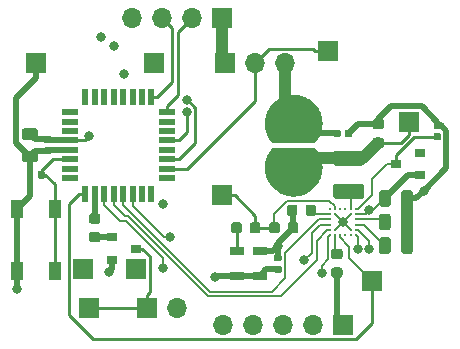
<source format=gbr>
G04 #@! TF.GenerationSoftware,KiCad,Pcbnew,(5.1.5)-3*
G04 #@! TF.CreationDate,2021-01-08T03:31:11-05:00*
G04 #@! TF.ProjectId,EPC611 LIDAR,45504336-3131-4204-9c49-4441522e6b69,rev?*
G04 #@! TF.SameCoordinates,Original*
G04 #@! TF.FileFunction,Copper,L1,Top*
G04 #@! TF.FilePolarity,Positive*
%FSLAX46Y46*%
G04 Gerber Fmt 4.6, Leading zero omitted, Abs format (unit mm)*
G04 Created by KiCad (PCBNEW (5.1.5)-3) date 2021-01-08 03:31:11*
%MOMM*%
%LPD*%
G04 APERTURE LIST*
%ADD10C,0.001000*%
%ADD11R,1.193800X0.762000*%
%ADD12R,1.473200X0.508000*%
%ADD13R,0.508000X1.473200*%
%ADD14C,0.250000*%
%ADD15R,1.700000X1.700000*%
%ADD16R,0.990600X1.549400*%
%ADD17C,0.100000*%
%ADD18R,0.900000X0.800000*%
%ADD19O,1.700000X1.700000*%
%ADD20C,2.000000*%
%ADD21C,0.800000*%
%ADD22C,0.200000*%
%ADD23C,0.500000*%
%ADD24C,1.000000*%
%ADD25C,0.250000*%
G04 APERTURE END LIST*
D10*
G36*
X124740000Y-105270000D02*
G01*
X123010000Y-105270000D01*
X122961331Y-105325072D01*
X122923885Y-105369937D01*
X122887573Y-105415724D01*
X122852417Y-105462405D01*
X122818441Y-105509951D01*
X122785664Y-105558332D01*
X122754107Y-105607517D01*
X122723791Y-105657477D01*
X122694734Y-105708179D01*
X122666954Y-105759592D01*
X122640469Y-105811684D01*
X122615296Y-105864422D01*
X122591449Y-105917774D01*
X122568945Y-105971705D01*
X122547796Y-106026182D01*
X122528017Y-106081171D01*
X122509619Y-106136638D01*
X122492615Y-106192548D01*
X122477014Y-106248865D01*
X122462827Y-106305555D01*
X122450063Y-106362582D01*
X122438729Y-106419911D01*
X122428832Y-106477505D01*
X122420380Y-106535329D01*
X122413376Y-106593346D01*
X122407826Y-106651520D01*
X122403732Y-106709815D01*
X122401098Y-106768193D01*
X122399925Y-106826620D01*
X122400000Y-106870000D01*
X122400000Y-106895000D01*
X122405535Y-107027992D01*
X122417379Y-107152129D01*
X122435632Y-107275487D01*
X122460244Y-107397735D01*
X122491151Y-107518545D01*
X122528268Y-107637594D01*
X122571497Y-107754563D01*
X122620722Y-107869137D01*
X122675811Y-107981010D01*
X122736616Y-108089882D01*
X122802974Y-108195461D01*
X122874708Y-108297464D01*
X122951624Y-108395618D01*
X123033517Y-108489660D01*
X123120168Y-108579337D01*
X123211344Y-108664410D01*
X123306801Y-108744649D01*
X123406282Y-108819841D01*
X123509522Y-108889783D01*
X123616243Y-108954289D01*
X123726159Y-109013184D01*
X123838977Y-109066312D01*
X123954393Y-109113530D01*
X124072098Y-109154711D01*
X124191776Y-109189746D01*
X124313108Y-109218539D01*
X124435767Y-109241014D01*
X124559424Y-109257111D01*
X124683750Y-109266787D01*
X124800000Y-109270000D01*
X124916250Y-109266787D01*
X125040576Y-109257111D01*
X125164233Y-109241014D01*
X125286892Y-109218539D01*
X125408224Y-109189746D01*
X125527902Y-109154711D01*
X125645607Y-109113530D01*
X125761023Y-109066312D01*
X125873841Y-109013184D01*
X125983757Y-108954289D01*
X126090478Y-108889783D01*
X126193718Y-108819841D01*
X126293199Y-108744649D01*
X126388656Y-108664410D01*
X126479832Y-108579337D01*
X126566483Y-108489660D01*
X126648376Y-108395618D01*
X126725292Y-108297464D01*
X126797026Y-108195461D01*
X126863384Y-108089882D01*
X126924189Y-107981010D01*
X126979278Y-107869137D01*
X127028503Y-107754563D01*
X127071732Y-107637594D01*
X127108849Y-107518545D01*
X127139756Y-107397735D01*
X127164368Y-107275487D01*
X127182621Y-107152129D01*
X127194465Y-107027992D01*
X127200000Y-106895000D01*
X127200000Y-106795000D01*
X127200000Y-106870000D01*
X127200075Y-106826620D01*
X127198902Y-106768193D01*
X127196268Y-106709815D01*
X127192174Y-106651520D01*
X127186624Y-106593346D01*
X127179620Y-106535329D01*
X127171168Y-106477505D01*
X127161271Y-106419911D01*
X127149937Y-106362582D01*
X127137173Y-106305555D01*
X127122986Y-106248865D01*
X127107385Y-106192548D01*
X127090381Y-106136638D01*
X127071983Y-106081171D01*
X127052204Y-106026182D01*
X127031055Y-105971705D01*
X127008551Y-105917774D01*
X126984704Y-105864422D01*
X126959531Y-105811684D01*
X126933046Y-105759592D01*
X126905266Y-105708179D01*
X126876209Y-105657477D01*
X126845893Y-105607517D01*
X126814336Y-105558332D01*
X126781559Y-105509951D01*
X126747583Y-105462405D01*
X126712427Y-105415724D01*
X126676115Y-105369937D01*
X126638669Y-105325072D01*
X126590000Y-105270000D01*
X124740000Y-105270000D01*
G37*
X124740000Y-105270000D02*
X123010000Y-105270000D01*
X122961331Y-105325072D01*
X122923885Y-105369937D01*
X122887573Y-105415724D01*
X122852417Y-105462405D01*
X122818441Y-105509951D01*
X122785664Y-105558332D01*
X122754107Y-105607517D01*
X122723791Y-105657477D01*
X122694734Y-105708179D01*
X122666954Y-105759592D01*
X122640469Y-105811684D01*
X122615296Y-105864422D01*
X122591449Y-105917774D01*
X122568945Y-105971705D01*
X122547796Y-106026182D01*
X122528017Y-106081171D01*
X122509619Y-106136638D01*
X122492615Y-106192548D01*
X122477014Y-106248865D01*
X122462827Y-106305555D01*
X122450063Y-106362582D01*
X122438729Y-106419911D01*
X122428832Y-106477505D01*
X122420380Y-106535329D01*
X122413376Y-106593346D01*
X122407826Y-106651520D01*
X122403732Y-106709815D01*
X122401098Y-106768193D01*
X122399925Y-106826620D01*
X122400000Y-106870000D01*
X122400000Y-106895000D01*
X122405535Y-107027992D01*
X122417379Y-107152129D01*
X122435632Y-107275487D01*
X122460244Y-107397735D01*
X122491151Y-107518545D01*
X122528268Y-107637594D01*
X122571497Y-107754563D01*
X122620722Y-107869137D01*
X122675811Y-107981010D01*
X122736616Y-108089882D01*
X122802974Y-108195461D01*
X122874708Y-108297464D01*
X122951624Y-108395618D01*
X123033517Y-108489660D01*
X123120168Y-108579337D01*
X123211344Y-108664410D01*
X123306801Y-108744649D01*
X123406282Y-108819841D01*
X123509522Y-108889783D01*
X123616243Y-108954289D01*
X123726159Y-109013184D01*
X123838977Y-109066312D01*
X123954393Y-109113530D01*
X124072098Y-109154711D01*
X124191776Y-109189746D01*
X124313108Y-109218539D01*
X124435767Y-109241014D01*
X124559424Y-109257111D01*
X124683750Y-109266787D01*
X124800000Y-109270000D01*
X124916250Y-109266787D01*
X125040576Y-109257111D01*
X125164233Y-109241014D01*
X125286892Y-109218539D01*
X125408224Y-109189746D01*
X125527902Y-109154711D01*
X125645607Y-109113530D01*
X125761023Y-109066312D01*
X125873841Y-109013184D01*
X125983757Y-108954289D01*
X126090478Y-108889783D01*
X126193718Y-108819841D01*
X126293199Y-108744649D01*
X126388656Y-108664410D01*
X126479832Y-108579337D01*
X126566483Y-108489660D01*
X126648376Y-108395618D01*
X126725292Y-108297464D01*
X126797026Y-108195461D01*
X126863384Y-108089882D01*
X126924189Y-107981010D01*
X126979278Y-107869137D01*
X127028503Y-107754563D01*
X127071732Y-107637594D01*
X127108849Y-107518545D01*
X127139756Y-107397735D01*
X127164368Y-107275487D01*
X127182621Y-107152129D01*
X127194465Y-107027992D01*
X127200000Y-106895000D01*
X127200000Y-106795000D01*
X127200000Y-106870000D01*
X127200075Y-106826620D01*
X127198902Y-106768193D01*
X127196268Y-106709815D01*
X127192174Y-106651520D01*
X127186624Y-106593346D01*
X127179620Y-106535329D01*
X127171168Y-106477505D01*
X127161271Y-106419911D01*
X127149937Y-106362582D01*
X127137173Y-106305555D01*
X127122986Y-106248865D01*
X127107385Y-106192548D01*
X127090381Y-106136638D01*
X127071983Y-106081171D01*
X127052204Y-106026182D01*
X127031055Y-105971705D01*
X127008551Y-105917774D01*
X126984704Y-105864422D01*
X126959531Y-105811684D01*
X126933046Y-105759592D01*
X126905266Y-105708179D01*
X126876209Y-105657477D01*
X126845893Y-105607517D01*
X126814336Y-105558332D01*
X126781559Y-105509951D01*
X126747583Y-105462405D01*
X126712427Y-105415724D01*
X126676115Y-105369937D01*
X126638669Y-105325072D01*
X126590000Y-105270000D01*
X124740000Y-105270000D01*
G36*
X124740000Y-104730000D02*
G01*
X123010000Y-104730000D01*
X122961331Y-104674928D01*
X122923885Y-104630063D01*
X122887573Y-104584276D01*
X122852417Y-104537595D01*
X122818441Y-104490049D01*
X122785664Y-104441668D01*
X122754107Y-104392483D01*
X122723791Y-104342523D01*
X122694734Y-104291821D01*
X122666954Y-104240408D01*
X122640469Y-104188316D01*
X122615296Y-104135578D01*
X122591449Y-104082226D01*
X122568945Y-104028295D01*
X122547796Y-103973818D01*
X122528017Y-103918829D01*
X122509619Y-103863362D01*
X122492615Y-103807452D01*
X122477014Y-103751135D01*
X122462827Y-103694445D01*
X122450063Y-103637418D01*
X122438729Y-103580089D01*
X122428832Y-103522495D01*
X122420380Y-103464671D01*
X122413376Y-103406654D01*
X122407826Y-103348480D01*
X122403732Y-103290185D01*
X122401098Y-103231807D01*
X122399925Y-103173380D01*
X122400000Y-103130000D01*
X122400000Y-103105000D01*
X122405535Y-102972008D01*
X122417379Y-102847871D01*
X122435632Y-102724513D01*
X122460244Y-102602265D01*
X122491151Y-102481455D01*
X122528268Y-102362406D01*
X122571497Y-102245437D01*
X122620722Y-102130863D01*
X122675811Y-102018990D01*
X122736616Y-101910118D01*
X122802974Y-101804539D01*
X122874708Y-101702536D01*
X122951624Y-101604382D01*
X123033517Y-101510340D01*
X123120168Y-101420663D01*
X123211344Y-101335590D01*
X123306801Y-101255351D01*
X123406282Y-101180159D01*
X123509522Y-101110217D01*
X123616243Y-101045711D01*
X123726159Y-100986816D01*
X123838977Y-100933688D01*
X123954393Y-100886470D01*
X124072098Y-100845289D01*
X124191776Y-100810254D01*
X124313108Y-100781461D01*
X124435767Y-100758986D01*
X124559424Y-100742889D01*
X124683750Y-100733213D01*
X124800000Y-100730000D01*
X124916250Y-100733213D01*
X125040576Y-100742889D01*
X125164233Y-100758986D01*
X125286892Y-100781461D01*
X125408224Y-100810254D01*
X125527902Y-100845289D01*
X125645607Y-100886470D01*
X125761023Y-100933688D01*
X125873841Y-100986816D01*
X125983757Y-101045711D01*
X126090478Y-101110217D01*
X126193718Y-101180159D01*
X126293199Y-101255351D01*
X126388656Y-101335590D01*
X126479832Y-101420663D01*
X126566483Y-101510340D01*
X126648376Y-101604382D01*
X126725292Y-101702536D01*
X126797026Y-101804539D01*
X126863384Y-101910118D01*
X126924189Y-102018990D01*
X126979278Y-102130863D01*
X127028503Y-102245437D01*
X127071732Y-102362406D01*
X127108849Y-102481455D01*
X127139756Y-102602265D01*
X127164368Y-102724513D01*
X127182621Y-102847871D01*
X127194465Y-102972008D01*
X127200000Y-103105000D01*
X127200000Y-103205000D01*
X127200000Y-103130000D01*
X127200075Y-103173380D01*
X127198902Y-103231807D01*
X127196268Y-103290185D01*
X127192174Y-103348480D01*
X127186624Y-103406654D01*
X127179620Y-103464671D01*
X127171168Y-103522495D01*
X127161271Y-103580089D01*
X127149937Y-103637418D01*
X127137173Y-103694445D01*
X127122986Y-103751135D01*
X127107385Y-103807452D01*
X127090381Y-103863362D01*
X127071983Y-103918829D01*
X127052204Y-103973818D01*
X127031055Y-104028295D01*
X127008551Y-104082226D01*
X126984704Y-104135578D01*
X126959531Y-104188316D01*
X126933046Y-104240408D01*
X126905266Y-104291821D01*
X126876209Y-104342523D01*
X126845893Y-104392483D01*
X126814336Y-104441668D01*
X126781559Y-104490049D01*
X126747583Y-104537595D01*
X126712427Y-104584276D01*
X126676115Y-104630063D01*
X126638669Y-104674928D01*
X126590000Y-104730000D01*
X124740000Y-104730000D01*
G37*
X124740000Y-104730000D02*
X123010000Y-104730000D01*
X122961331Y-104674928D01*
X122923885Y-104630063D01*
X122887573Y-104584276D01*
X122852417Y-104537595D01*
X122818441Y-104490049D01*
X122785664Y-104441668D01*
X122754107Y-104392483D01*
X122723791Y-104342523D01*
X122694734Y-104291821D01*
X122666954Y-104240408D01*
X122640469Y-104188316D01*
X122615296Y-104135578D01*
X122591449Y-104082226D01*
X122568945Y-104028295D01*
X122547796Y-103973818D01*
X122528017Y-103918829D01*
X122509619Y-103863362D01*
X122492615Y-103807452D01*
X122477014Y-103751135D01*
X122462827Y-103694445D01*
X122450063Y-103637418D01*
X122438729Y-103580089D01*
X122428832Y-103522495D01*
X122420380Y-103464671D01*
X122413376Y-103406654D01*
X122407826Y-103348480D01*
X122403732Y-103290185D01*
X122401098Y-103231807D01*
X122399925Y-103173380D01*
X122400000Y-103130000D01*
X122400000Y-103105000D01*
X122405535Y-102972008D01*
X122417379Y-102847871D01*
X122435632Y-102724513D01*
X122460244Y-102602265D01*
X122491151Y-102481455D01*
X122528268Y-102362406D01*
X122571497Y-102245437D01*
X122620722Y-102130863D01*
X122675811Y-102018990D01*
X122736616Y-101910118D01*
X122802974Y-101804539D01*
X122874708Y-101702536D01*
X122951624Y-101604382D01*
X123033517Y-101510340D01*
X123120168Y-101420663D01*
X123211344Y-101335590D01*
X123306801Y-101255351D01*
X123406282Y-101180159D01*
X123509522Y-101110217D01*
X123616243Y-101045711D01*
X123726159Y-100986816D01*
X123838977Y-100933688D01*
X123954393Y-100886470D01*
X124072098Y-100845289D01*
X124191776Y-100810254D01*
X124313108Y-100781461D01*
X124435767Y-100758986D01*
X124559424Y-100742889D01*
X124683750Y-100733213D01*
X124800000Y-100730000D01*
X124916250Y-100733213D01*
X125040576Y-100742889D01*
X125164233Y-100758986D01*
X125286892Y-100781461D01*
X125408224Y-100810254D01*
X125527902Y-100845289D01*
X125645607Y-100886470D01*
X125761023Y-100933688D01*
X125873841Y-100986816D01*
X125983757Y-101045711D01*
X126090478Y-101110217D01*
X126193718Y-101180159D01*
X126293199Y-101255351D01*
X126388656Y-101335590D01*
X126479832Y-101420663D01*
X126566483Y-101510340D01*
X126648376Y-101604382D01*
X126725292Y-101702536D01*
X126797026Y-101804539D01*
X126863384Y-101910118D01*
X126924189Y-102018990D01*
X126979278Y-102130863D01*
X127028503Y-102245437D01*
X127071732Y-102362406D01*
X127108849Y-102481455D01*
X127139756Y-102602265D01*
X127164368Y-102724513D01*
X127182621Y-102847871D01*
X127194465Y-102972008D01*
X127200000Y-103105000D01*
X127200000Y-103205000D01*
X127200000Y-103130000D01*
X127200075Y-103173380D01*
X127198902Y-103231807D01*
X127196268Y-103290185D01*
X127192174Y-103348480D01*
X127186624Y-103406654D01*
X127179620Y-103464671D01*
X127171168Y-103522495D01*
X127161271Y-103580089D01*
X127149937Y-103637418D01*
X127137173Y-103694445D01*
X127122986Y-103751135D01*
X127107385Y-103807452D01*
X127090381Y-103863362D01*
X127071983Y-103918829D01*
X127052204Y-103973818D01*
X127031055Y-104028295D01*
X127008551Y-104082226D01*
X126984704Y-104135578D01*
X126959531Y-104188316D01*
X126933046Y-104240408D01*
X126905266Y-104291821D01*
X126876209Y-104342523D01*
X126845893Y-104392483D01*
X126814336Y-104441668D01*
X126781559Y-104490049D01*
X126747583Y-104537595D01*
X126712427Y-104584276D01*
X126676115Y-104630063D01*
X126638669Y-104674928D01*
X126590000Y-104730000D01*
X124740000Y-104730000D01*
D11*
X121952500Y-116054100D03*
X121952500Y-113945900D03*
X120047500Y-113945900D03*
X120047500Y-116054100D03*
D12*
X105885200Y-102200001D03*
X105885200Y-102999999D03*
X105885200Y-103800000D03*
X105885200Y-104600001D03*
X105885200Y-105399999D03*
X105885200Y-106200000D03*
X105885200Y-106999999D03*
X105885200Y-107799999D03*
D13*
X107200001Y-109114800D03*
X107999999Y-109114800D03*
X108800000Y-109114800D03*
X109600001Y-109114800D03*
X110399999Y-109114800D03*
X111200000Y-109114800D03*
X111999999Y-109114800D03*
X112799999Y-109114800D03*
D12*
X114114800Y-107799999D03*
X114114800Y-107000001D03*
X114114800Y-106200000D03*
X114114800Y-105399999D03*
X114114800Y-104600001D03*
X114114800Y-103800000D03*
X114114800Y-103000001D03*
X114114800Y-102200001D03*
D13*
X112799999Y-100885200D03*
X112000001Y-100885200D03*
X111200000Y-100885200D03*
X110399999Y-100885200D03*
X109600001Y-100885200D03*
X108800000Y-100885200D03*
X108000001Y-100885200D03*
X107200001Y-100885200D03*
D14*
X130125000Y-112625000D03*
X130125000Y-112175000D03*
X130125000Y-111725000D03*
X130125000Y-111275000D03*
X130125000Y-110825000D03*
X130125000Y-110375000D03*
X129675000Y-112625000D03*
X129675000Y-112175000D03*
X129675000Y-110825000D03*
X129675000Y-110375000D03*
X129225000Y-112625000D03*
X129225000Y-110375000D03*
X128775000Y-112625000D03*
X128775000Y-110375000D03*
X128325000Y-112625000D03*
X128325000Y-112175000D03*
X128325000Y-110825000D03*
X128325000Y-110375000D03*
X127875000Y-112625000D03*
X127875000Y-112175000D03*
X127875000Y-111725000D03*
X127875000Y-111275000D03*
X127875000Y-110825000D03*
X127875000Y-110375000D03*
D15*
X103000000Y-98000000D03*
X131500000Y-116500000D03*
X127750000Y-97000000D03*
X107500000Y-118750000D03*
X134600000Y-103000000D03*
X118750000Y-109250000D03*
X113000000Y-98000000D03*
X111500000Y-115500000D03*
X107000000Y-115500000D03*
D16*
X101400001Y-115625001D03*
X104599999Y-115625001D03*
X104599999Y-110374999D03*
X101400001Y-110374999D03*
G04 #@! TA.AperFunction,SMDPad,CuDef*
D17*
G36*
X123452691Y-111526053D02*
G01*
X123473926Y-111529203D01*
X123494750Y-111534419D01*
X123514962Y-111541651D01*
X123534368Y-111550830D01*
X123552781Y-111561866D01*
X123570024Y-111574654D01*
X123585930Y-111589070D01*
X123600346Y-111604976D01*
X123613134Y-111622219D01*
X123624170Y-111640632D01*
X123633349Y-111660038D01*
X123640581Y-111680250D01*
X123645797Y-111701074D01*
X123648947Y-111722309D01*
X123650000Y-111743750D01*
X123650000Y-112256250D01*
X123648947Y-112277691D01*
X123645797Y-112298926D01*
X123640581Y-112319750D01*
X123633349Y-112339962D01*
X123624170Y-112359368D01*
X123613134Y-112377781D01*
X123600346Y-112395024D01*
X123585930Y-112410930D01*
X123570024Y-112425346D01*
X123552781Y-112438134D01*
X123534368Y-112449170D01*
X123514962Y-112458349D01*
X123494750Y-112465581D01*
X123473926Y-112470797D01*
X123452691Y-112473947D01*
X123431250Y-112475000D01*
X122993750Y-112475000D01*
X122972309Y-112473947D01*
X122951074Y-112470797D01*
X122930250Y-112465581D01*
X122910038Y-112458349D01*
X122890632Y-112449170D01*
X122872219Y-112438134D01*
X122854976Y-112425346D01*
X122839070Y-112410930D01*
X122824654Y-112395024D01*
X122811866Y-112377781D01*
X122800830Y-112359368D01*
X122791651Y-112339962D01*
X122784419Y-112319750D01*
X122779203Y-112298926D01*
X122776053Y-112277691D01*
X122775000Y-112256250D01*
X122775000Y-111743750D01*
X122776053Y-111722309D01*
X122779203Y-111701074D01*
X122784419Y-111680250D01*
X122791651Y-111660038D01*
X122800830Y-111640632D01*
X122811866Y-111622219D01*
X122824654Y-111604976D01*
X122839070Y-111589070D01*
X122854976Y-111574654D01*
X122872219Y-111561866D01*
X122890632Y-111550830D01*
X122910038Y-111541651D01*
X122930250Y-111534419D01*
X122951074Y-111529203D01*
X122972309Y-111526053D01*
X122993750Y-111525000D01*
X123431250Y-111525000D01*
X123452691Y-111526053D01*
G37*
G04 #@! TD.AperFunction*
G04 #@! TA.AperFunction,SMDPad,CuDef*
G36*
X125027691Y-111526053D02*
G01*
X125048926Y-111529203D01*
X125069750Y-111534419D01*
X125089962Y-111541651D01*
X125109368Y-111550830D01*
X125127781Y-111561866D01*
X125145024Y-111574654D01*
X125160930Y-111589070D01*
X125175346Y-111604976D01*
X125188134Y-111622219D01*
X125199170Y-111640632D01*
X125208349Y-111660038D01*
X125215581Y-111680250D01*
X125220797Y-111701074D01*
X125223947Y-111722309D01*
X125225000Y-111743750D01*
X125225000Y-112256250D01*
X125223947Y-112277691D01*
X125220797Y-112298926D01*
X125215581Y-112319750D01*
X125208349Y-112339962D01*
X125199170Y-112359368D01*
X125188134Y-112377781D01*
X125175346Y-112395024D01*
X125160930Y-112410930D01*
X125145024Y-112425346D01*
X125127781Y-112438134D01*
X125109368Y-112449170D01*
X125089962Y-112458349D01*
X125069750Y-112465581D01*
X125048926Y-112470797D01*
X125027691Y-112473947D01*
X125006250Y-112475000D01*
X124568750Y-112475000D01*
X124547309Y-112473947D01*
X124526074Y-112470797D01*
X124505250Y-112465581D01*
X124485038Y-112458349D01*
X124465632Y-112449170D01*
X124447219Y-112438134D01*
X124429976Y-112425346D01*
X124414070Y-112410930D01*
X124399654Y-112395024D01*
X124386866Y-112377781D01*
X124375830Y-112359368D01*
X124366651Y-112339962D01*
X124359419Y-112319750D01*
X124354203Y-112298926D01*
X124351053Y-112277691D01*
X124350000Y-112256250D01*
X124350000Y-111743750D01*
X124351053Y-111722309D01*
X124354203Y-111701074D01*
X124359419Y-111680250D01*
X124366651Y-111660038D01*
X124375830Y-111640632D01*
X124386866Y-111622219D01*
X124399654Y-111604976D01*
X124414070Y-111589070D01*
X124429976Y-111574654D01*
X124447219Y-111561866D01*
X124465632Y-111550830D01*
X124485038Y-111541651D01*
X124505250Y-111534419D01*
X124526074Y-111529203D01*
X124547309Y-111526053D01*
X124568750Y-111525000D01*
X125006250Y-111525000D01*
X125027691Y-111526053D01*
G37*
G04 #@! TD.AperFunction*
G04 #@! TA.AperFunction,SMDPad,CuDef*
G36*
X120240191Y-111526053D02*
G01*
X120261426Y-111529203D01*
X120282250Y-111534419D01*
X120302462Y-111541651D01*
X120321868Y-111550830D01*
X120340281Y-111561866D01*
X120357524Y-111574654D01*
X120373430Y-111589070D01*
X120387846Y-111604976D01*
X120400634Y-111622219D01*
X120411670Y-111640632D01*
X120420849Y-111660038D01*
X120428081Y-111680250D01*
X120433297Y-111701074D01*
X120436447Y-111722309D01*
X120437500Y-111743750D01*
X120437500Y-112256250D01*
X120436447Y-112277691D01*
X120433297Y-112298926D01*
X120428081Y-112319750D01*
X120420849Y-112339962D01*
X120411670Y-112359368D01*
X120400634Y-112377781D01*
X120387846Y-112395024D01*
X120373430Y-112410930D01*
X120357524Y-112425346D01*
X120340281Y-112438134D01*
X120321868Y-112449170D01*
X120302462Y-112458349D01*
X120282250Y-112465581D01*
X120261426Y-112470797D01*
X120240191Y-112473947D01*
X120218750Y-112475000D01*
X119781250Y-112475000D01*
X119759809Y-112473947D01*
X119738574Y-112470797D01*
X119717750Y-112465581D01*
X119697538Y-112458349D01*
X119678132Y-112449170D01*
X119659719Y-112438134D01*
X119642476Y-112425346D01*
X119626570Y-112410930D01*
X119612154Y-112395024D01*
X119599366Y-112377781D01*
X119588330Y-112359368D01*
X119579151Y-112339962D01*
X119571919Y-112319750D01*
X119566703Y-112298926D01*
X119563553Y-112277691D01*
X119562500Y-112256250D01*
X119562500Y-111743750D01*
X119563553Y-111722309D01*
X119566703Y-111701074D01*
X119571919Y-111680250D01*
X119579151Y-111660038D01*
X119588330Y-111640632D01*
X119599366Y-111622219D01*
X119612154Y-111604976D01*
X119626570Y-111589070D01*
X119642476Y-111574654D01*
X119659719Y-111561866D01*
X119678132Y-111550830D01*
X119697538Y-111541651D01*
X119717750Y-111534419D01*
X119738574Y-111529203D01*
X119759809Y-111526053D01*
X119781250Y-111525000D01*
X120218750Y-111525000D01*
X120240191Y-111526053D01*
G37*
G04 #@! TD.AperFunction*
G04 #@! TA.AperFunction,SMDPad,CuDef*
G36*
X121815191Y-111526053D02*
G01*
X121836426Y-111529203D01*
X121857250Y-111534419D01*
X121877462Y-111541651D01*
X121896868Y-111550830D01*
X121915281Y-111561866D01*
X121932524Y-111574654D01*
X121948430Y-111589070D01*
X121962846Y-111604976D01*
X121975634Y-111622219D01*
X121986670Y-111640632D01*
X121995849Y-111660038D01*
X122003081Y-111680250D01*
X122008297Y-111701074D01*
X122011447Y-111722309D01*
X122012500Y-111743750D01*
X122012500Y-112256250D01*
X122011447Y-112277691D01*
X122008297Y-112298926D01*
X122003081Y-112319750D01*
X121995849Y-112339962D01*
X121986670Y-112359368D01*
X121975634Y-112377781D01*
X121962846Y-112395024D01*
X121948430Y-112410930D01*
X121932524Y-112425346D01*
X121915281Y-112438134D01*
X121896868Y-112449170D01*
X121877462Y-112458349D01*
X121857250Y-112465581D01*
X121836426Y-112470797D01*
X121815191Y-112473947D01*
X121793750Y-112475000D01*
X121356250Y-112475000D01*
X121334809Y-112473947D01*
X121313574Y-112470797D01*
X121292750Y-112465581D01*
X121272538Y-112458349D01*
X121253132Y-112449170D01*
X121234719Y-112438134D01*
X121217476Y-112425346D01*
X121201570Y-112410930D01*
X121187154Y-112395024D01*
X121174366Y-112377781D01*
X121163330Y-112359368D01*
X121154151Y-112339962D01*
X121146919Y-112319750D01*
X121141703Y-112298926D01*
X121138553Y-112277691D01*
X121137500Y-112256250D01*
X121137500Y-111743750D01*
X121138553Y-111722309D01*
X121141703Y-111701074D01*
X121146919Y-111680250D01*
X121154151Y-111660038D01*
X121163330Y-111640632D01*
X121174366Y-111622219D01*
X121187154Y-111604976D01*
X121201570Y-111589070D01*
X121217476Y-111574654D01*
X121234719Y-111561866D01*
X121253132Y-111550830D01*
X121272538Y-111541651D01*
X121292750Y-111534419D01*
X121313574Y-111529203D01*
X121334809Y-111526053D01*
X121356250Y-111525000D01*
X121793750Y-111525000D01*
X121815191Y-111526053D01*
G37*
G04 #@! TD.AperFunction*
G04 #@! TA.AperFunction,SMDPad,CuDef*
G36*
X108277691Y-110776053D02*
G01*
X108298926Y-110779203D01*
X108319750Y-110784419D01*
X108339962Y-110791651D01*
X108359368Y-110800830D01*
X108377781Y-110811866D01*
X108395024Y-110824654D01*
X108410930Y-110839070D01*
X108425346Y-110854976D01*
X108438134Y-110872219D01*
X108449170Y-110890632D01*
X108458349Y-110910038D01*
X108465581Y-110930250D01*
X108470797Y-110951074D01*
X108473947Y-110972309D01*
X108475000Y-110993750D01*
X108475000Y-111431250D01*
X108473947Y-111452691D01*
X108470797Y-111473926D01*
X108465581Y-111494750D01*
X108458349Y-111514962D01*
X108449170Y-111534368D01*
X108438134Y-111552781D01*
X108425346Y-111570024D01*
X108410930Y-111585930D01*
X108395024Y-111600346D01*
X108377781Y-111613134D01*
X108359368Y-111624170D01*
X108339962Y-111633349D01*
X108319750Y-111640581D01*
X108298926Y-111645797D01*
X108277691Y-111648947D01*
X108256250Y-111650000D01*
X107743750Y-111650000D01*
X107722309Y-111648947D01*
X107701074Y-111645797D01*
X107680250Y-111640581D01*
X107660038Y-111633349D01*
X107640632Y-111624170D01*
X107622219Y-111613134D01*
X107604976Y-111600346D01*
X107589070Y-111585930D01*
X107574654Y-111570024D01*
X107561866Y-111552781D01*
X107550830Y-111534368D01*
X107541651Y-111514962D01*
X107534419Y-111494750D01*
X107529203Y-111473926D01*
X107526053Y-111452691D01*
X107525000Y-111431250D01*
X107525000Y-110993750D01*
X107526053Y-110972309D01*
X107529203Y-110951074D01*
X107534419Y-110930250D01*
X107541651Y-110910038D01*
X107550830Y-110890632D01*
X107561866Y-110872219D01*
X107574654Y-110854976D01*
X107589070Y-110839070D01*
X107604976Y-110824654D01*
X107622219Y-110811866D01*
X107640632Y-110800830D01*
X107660038Y-110791651D01*
X107680250Y-110784419D01*
X107701074Y-110779203D01*
X107722309Y-110776053D01*
X107743750Y-110775000D01*
X108256250Y-110775000D01*
X108277691Y-110776053D01*
G37*
G04 #@! TD.AperFunction*
G04 #@! TA.AperFunction,SMDPad,CuDef*
G36*
X108277691Y-112351053D02*
G01*
X108298926Y-112354203D01*
X108319750Y-112359419D01*
X108339962Y-112366651D01*
X108359368Y-112375830D01*
X108377781Y-112386866D01*
X108395024Y-112399654D01*
X108410930Y-112414070D01*
X108425346Y-112429976D01*
X108438134Y-112447219D01*
X108449170Y-112465632D01*
X108458349Y-112485038D01*
X108465581Y-112505250D01*
X108470797Y-112526074D01*
X108473947Y-112547309D01*
X108475000Y-112568750D01*
X108475000Y-113006250D01*
X108473947Y-113027691D01*
X108470797Y-113048926D01*
X108465581Y-113069750D01*
X108458349Y-113089962D01*
X108449170Y-113109368D01*
X108438134Y-113127781D01*
X108425346Y-113145024D01*
X108410930Y-113160930D01*
X108395024Y-113175346D01*
X108377781Y-113188134D01*
X108359368Y-113199170D01*
X108339962Y-113208349D01*
X108319750Y-113215581D01*
X108298926Y-113220797D01*
X108277691Y-113223947D01*
X108256250Y-113225000D01*
X107743750Y-113225000D01*
X107722309Y-113223947D01*
X107701074Y-113220797D01*
X107680250Y-113215581D01*
X107660038Y-113208349D01*
X107640632Y-113199170D01*
X107622219Y-113188134D01*
X107604976Y-113175346D01*
X107589070Y-113160930D01*
X107574654Y-113145024D01*
X107561866Y-113127781D01*
X107550830Y-113109368D01*
X107541651Y-113089962D01*
X107534419Y-113069750D01*
X107529203Y-113048926D01*
X107526053Y-113027691D01*
X107525000Y-113006250D01*
X107525000Y-112568750D01*
X107526053Y-112547309D01*
X107529203Y-112526074D01*
X107534419Y-112505250D01*
X107541651Y-112485038D01*
X107550830Y-112465632D01*
X107561866Y-112447219D01*
X107574654Y-112429976D01*
X107589070Y-112414070D01*
X107604976Y-112399654D01*
X107622219Y-112386866D01*
X107640632Y-112375830D01*
X107660038Y-112366651D01*
X107680250Y-112359419D01*
X107701074Y-112354203D01*
X107722309Y-112351053D01*
X107743750Y-112350000D01*
X108256250Y-112350000D01*
X108277691Y-112351053D01*
G37*
G04 #@! TD.AperFunction*
G04 #@! TA.AperFunction,SMDPad,CuDef*
G36*
X132277691Y-104351053D02*
G01*
X132298926Y-104354203D01*
X132319750Y-104359419D01*
X132339962Y-104366651D01*
X132359368Y-104375830D01*
X132377781Y-104386866D01*
X132395024Y-104399654D01*
X132410930Y-104414070D01*
X132425346Y-104429976D01*
X132438134Y-104447219D01*
X132449170Y-104465632D01*
X132458349Y-104485038D01*
X132465581Y-104505250D01*
X132470797Y-104526074D01*
X132473947Y-104547309D01*
X132475000Y-104568750D01*
X132475000Y-105006250D01*
X132473947Y-105027691D01*
X132470797Y-105048926D01*
X132465581Y-105069750D01*
X132458349Y-105089962D01*
X132449170Y-105109368D01*
X132438134Y-105127781D01*
X132425346Y-105145024D01*
X132410930Y-105160930D01*
X132395024Y-105175346D01*
X132377781Y-105188134D01*
X132359368Y-105199170D01*
X132339962Y-105208349D01*
X132319750Y-105215581D01*
X132298926Y-105220797D01*
X132277691Y-105223947D01*
X132256250Y-105225000D01*
X131743750Y-105225000D01*
X131722309Y-105223947D01*
X131701074Y-105220797D01*
X131680250Y-105215581D01*
X131660038Y-105208349D01*
X131640632Y-105199170D01*
X131622219Y-105188134D01*
X131604976Y-105175346D01*
X131589070Y-105160930D01*
X131574654Y-105145024D01*
X131561866Y-105127781D01*
X131550830Y-105109368D01*
X131541651Y-105089962D01*
X131534419Y-105069750D01*
X131529203Y-105048926D01*
X131526053Y-105027691D01*
X131525000Y-105006250D01*
X131525000Y-104568750D01*
X131526053Y-104547309D01*
X131529203Y-104526074D01*
X131534419Y-104505250D01*
X131541651Y-104485038D01*
X131550830Y-104465632D01*
X131561866Y-104447219D01*
X131574654Y-104429976D01*
X131589070Y-104414070D01*
X131604976Y-104399654D01*
X131622219Y-104386866D01*
X131640632Y-104375830D01*
X131660038Y-104366651D01*
X131680250Y-104359419D01*
X131701074Y-104354203D01*
X131722309Y-104351053D01*
X131743750Y-104350000D01*
X132256250Y-104350000D01*
X132277691Y-104351053D01*
G37*
G04 #@! TD.AperFunction*
G04 #@! TA.AperFunction,SMDPad,CuDef*
G36*
X132277691Y-102776053D02*
G01*
X132298926Y-102779203D01*
X132319750Y-102784419D01*
X132339962Y-102791651D01*
X132359368Y-102800830D01*
X132377781Y-102811866D01*
X132395024Y-102824654D01*
X132410930Y-102839070D01*
X132425346Y-102854976D01*
X132438134Y-102872219D01*
X132449170Y-102890632D01*
X132458349Y-102910038D01*
X132465581Y-102930250D01*
X132470797Y-102951074D01*
X132473947Y-102972309D01*
X132475000Y-102993750D01*
X132475000Y-103431250D01*
X132473947Y-103452691D01*
X132470797Y-103473926D01*
X132465581Y-103494750D01*
X132458349Y-103514962D01*
X132449170Y-103534368D01*
X132438134Y-103552781D01*
X132425346Y-103570024D01*
X132410930Y-103585930D01*
X132395024Y-103600346D01*
X132377781Y-103613134D01*
X132359368Y-103624170D01*
X132339962Y-103633349D01*
X132319750Y-103640581D01*
X132298926Y-103645797D01*
X132277691Y-103648947D01*
X132256250Y-103650000D01*
X131743750Y-103650000D01*
X131722309Y-103648947D01*
X131701074Y-103645797D01*
X131680250Y-103640581D01*
X131660038Y-103633349D01*
X131640632Y-103624170D01*
X131622219Y-103613134D01*
X131604976Y-103600346D01*
X131589070Y-103585930D01*
X131574654Y-103570024D01*
X131561866Y-103552781D01*
X131550830Y-103534368D01*
X131541651Y-103514962D01*
X131534419Y-103494750D01*
X131529203Y-103473926D01*
X131526053Y-103452691D01*
X131525000Y-103431250D01*
X131525000Y-102993750D01*
X131526053Y-102972309D01*
X131529203Y-102951074D01*
X131534419Y-102930250D01*
X131541651Y-102910038D01*
X131550830Y-102890632D01*
X131561866Y-102872219D01*
X131574654Y-102854976D01*
X131589070Y-102839070D01*
X131604976Y-102824654D01*
X131622219Y-102811866D01*
X131640632Y-102800830D01*
X131660038Y-102791651D01*
X131680250Y-102784419D01*
X131701074Y-102779203D01*
X131722309Y-102776053D01*
X131743750Y-102775000D01*
X132256250Y-102775000D01*
X132277691Y-102776053D01*
G37*
G04 #@! TD.AperFunction*
G04 #@! TA.AperFunction,SMDPad,CuDef*
G36*
X130599504Y-108276204D02*
G01*
X130623773Y-108279804D01*
X130647571Y-108285765D01*
X130670671Y-108294030D01*
X130692849Y-108304520D01*
X130713893Y-108317133D01*
X130733598Y-108331747D01*
X130751777Y-108348223D01*
X130768253Y-108366402D01*
X130782867Y-108386107D01*
X130795480Y-108407151D01*
X130805970Y-108429329D01*
X130814235Y-108452429D01*
X130820196Y-108476227D01*
X130823796Y-108500496D01*
X130825000Y-108525000D01*
X130825000Y-109275000D01*
X130823796Y-109299504D01*
X130820196Y-109323773D01*
X130814235Y-109347571D01*
X130805970Y-109370671D01*
X130795480Y-109392849D01*
X130782867Y-109413893D01*
X130768253Y-109433598D01*
X130751777Y-109451777D01*
X130733598Y-109468253D01*
X130713893Y-109482867D01*
X130692849Y-109495480D01*
X130670671Y-109505970D01*
X130647571Y-109514235D01*
X130623773Y-109520196D01*
X130599504Y-109523796D01*
X130575000Y-109525000D01*
X128425000Y-109525000D01*
X128400496Y-109523796D01*
X128376227Y-109520196D01*
X128352429Y-109514235D01*
X128329329Y-109505970D01*
X128307151Y-109495480D01*
X128286107Y-109482867D01*
X128266402Y-109468253D01*
X128248223Y-109451777D01*
X128231747Y-109433598D01*
X128217133Y-109413893D01*
X128204520Y-109392849D01*
X128194030Y-109370671D01*
X128185765Y-109347571D01*
X128179804Y-109323773D01*
X128176204Y-109299504D01*
X128175000Y-109275000D01*
X128175000Y-108525000D01*
X128176204Y-108500496D01*
X128179804Y-108476227D01*
X128185765Y-108452429D01*
X128194030Y-108429329D01*
X128204520Y-108407151D01*
X128217133Y-108386107D01*
X128231747Y-108366402D01*
X128248223Y-108348223D01*
X128266402Y-108331747D01*
X128286107Y-108317133D01*
X128307151Y-108304520D01*
X128329329Y-108294030D01*
X128352429Y-108285765D01*
X128376227Y-108279804D01*
X128400496Y-108276204D01*
X128425000Y-108275000D01*
X130575000Y-108275000D01*
X130599504Y-108276204D01*
G37*
G04 #@! TD.AperFunction*
G04 #@! TA.AperFunction,SMDPad,CuDef*
G36*
X130599504Y-105476204D02*
G01*
X130623773Y-105479804D01*
X130647571Y-105485765D01*
X130670671Y-105494030D01*
X130692849Y-105504520D01*
X130713893Y-105517133D01*
X130733598Y-105531747D01*
X130751777Y-105548223D01*
X130768253Y-105566402D01*
X130782867Y-105586107D01*
X130795480Y-105607151D01*
X130805970Y-105629329D01*
X130814235Y-105652429D01*
X130820196Y-105676227D01*
X130823796Y-105700496D01*
X130825000Y-105725000D01*
X130825000Y-106475000D01*
X130823796Y-106499504D01*
X130820196Y-106523773D01*
X130814235Y-106547571D01*
X130805970Y-106570671D01*
X130795480Y-106592849D01*
X130782867Y-106613893D01*
X130768253Y-106633598D01*
X130751777Y-106651777D01*
X130733598Y-106668253D01*
X130713893Y-106682867D01*
X130692849Y-106695480D01*
X130670671Y-106705970D01*
X130647571Y-106714235D01*
X130623773Y-106720196D01*
X130599504Y-106723796D01*
X130575000Y-106725000D01*
X128425000Y-106725000D01*
X128400496Y-106723796D01*
X128376227Y-106720196D01*
X128352429Y-106714235D01*
X128329329Y-106705970D01*
X128307151Y-106695480D01*
X128286107Y-106682867D01*
X128266402Y-106668253D01*
X128248223Y-106651777D01*
X128231747Y-106633598D01*
X128217133Y-106613893D01*
X128204520Y-106592849D01*
X128194030Y-106570671D01*
X128185765Y-106547571D01*
X128179804Y-106523773D01*
X128176204Y-106499504D01*
X128175000Y-106475000D01*
X128175000Y-105725000D01*
X128176204Y-105700496D01*
X128179804Y-105676227D01*
X128185765Y-105652429D01*
X128194030Y-105629329D01*
X128204520Y-105607151D01*
X128217133Y-105586107D01*
X128231747Y-105566402D01*
X128248223Y-105548223D01*
X128266402Y-105531747D01*
X128286107Y-105517133D01*
X128307151Y-105504520D01*
X128329329Y-105494030D01*
X128352429Y-105485765D01*
X128376227Y-105479804D01*
X128400496Y-105476204D01*
X128425000Y-105475000D01*
X130575000Y-105475000D01*
X130599504Y-105476204D01*
G37*
G04 #@! TD.AperFunction*
D18*
X111500000Y-113750000D03*
X109500000Y-114700000D03*
X109500000Y-112800000D03*
D19*
X115000000Y-118750000D03*
D15*
X112460000Y-118750000D03*
D19*
X124080000Y-98000000D03*
X121540000Y-98000000D03*
D15*
X119000000Y-98000000D03*
D19*
X118840000Y-120250000D03*
X121380000Y-120250000D03*
X123920000Y-120250000D03*
X126460000Y-120250000D03*
D15*
X129000000Y-120250000D03*
D19*
X111130000Y-94250000D03*
X113670000Y-94250000D03*
X116210000Y-94250000D03*
D15*
X118750000Y-94250000D03*
D20*
X124800000Y-106270000D03*
X124800000Y-103730000D03*
D18*
X133500000Y-106600000D03*
X135500000Y-105650000D03*
X135500000Y-107550000D03*
G04 #@! TA.AperFunction,SMDPad,CuDef*
D17*
G36*
X102980142Y-105451174D02*
G01*
X103003803Y-105454684D01*
X103027007Y-105460496D01*
X103049529Y-105468554D01*
X103071153Y-105478782D01*
X103091670Y-105491079D01*
X103110883Y-105505329D01*
X103128607Y-105521393D01*
X103144671Y-105539117D01*
X103158921Y-105558330D01*
X103171218Y-105578847D01*
X103181446Y-105600471D01*
X103189504Y-105622993D01*
X103195316Y-105646197D01*
X103198826Y-105669858D01*
X103200000Y-105693750D01*
X103200000Y-106181250D01*
X103198826Y-106205142D01*
X103195316Y-106228803D01*
X103189504Y-106252007D01*
X103181446Y-106274529D01*
X103171218Y-106296153D01*
X103158921Y-106316670D01*
X103144671Y-106335883D01*
X103128607Y-106353607D01*
X103110883Y-106369671D01*
X103091670Y-106383921D01*
X103071153Y-106396218D01*
X103049529Y-106406446D01*
X103027007Y-106414504D01*
X103003803Y-106420316D01*
X102980142Y-106423826D01*
X102956250Y-106425000D01*
X102043750Y-106425000D01*
X102019858Y-106423826D01*
X101996197Y-106420316D01*
X101972993Y-106414504D01*
X101950471Y-106406446D01*
X101928847Y-106396218D01*
X101908330Y-106383921D01*
X101889117Y-106369671D01*
X101871393Y-106353607D01*
X101855329Y-106335883D01*
X101841079Y-106316670D01*
X101828782Y-106296153D01*
X101818554Y-106274529D01*
X101810496Y-106252007D01*
X101804684Y-106228803D01*
X101801174Y-106205142D01*
X101800000Y-106181250D01*
X101800000Y-105693750D01*
X101801174Y-105669858D01*
X101804684Y-105646197D01*
X101810496Y-105622993D01*
X101818554Y-105600471D01*
X101828782Y-105578847D01*
X101841079Y-105558330D01*
X101855329Y-105539117D01*
X101871393Y-105521393D01*
X101889117Y-105505329D01*
X101908330Y-105491079D01*
X101928847Y-105478782D01*
X101950471Y-105468554D01*
X101972993Y-105460496D01*
X101996197Y-105454684D01*
X102019858Y-105451174D01*
X102043750Y-105450000D01*
X102956250Y-105450000D01*
X102980142Y-105451174D01*
G37*
G04 #@! TD.AperFunction*
G04 #@! TA.AperFunction,SMDPad,CuDef*
G36*
X102980142Y-103576174D02*
G01*
X103003803Y-103579684D01*
X103027007Y-103585496D01*
X103049529Y-103593554D01*
X103071153Y-103603782D01*
X103091670Y-103616079D01*
X103110883Y-103630329D01*
X103128607Y-103646393D01*
X103144671Y-103664117D01*
X103158921Y-103683330D01*
X103171218Y-103703847D01*
X103181446Y-103725471D01*
X103189504Y-103747993D01*
X103195316Y-103771197D01*
X103198826Y-103794858D01*
X103200000Y-103818750D01*
X103200000Y-104306250D01*
X103198826Y-104330142D01*
X103195316Y-104353803D01*
X103189504Y-104377007D01*
X103181446Y-104399529D01*
X103171218Y-104421153D01*
X103158921Y-104441670D01*
X103144671Y-104460883D01*
X103128607Y-104478607D01*
X103110883Y-104494671D01*
X103091670Y-104508921D01*
X103071153Y-104521218D01*
X103049529Y-104531446D01*
X103027007Y-104539504D01*
X103003803Y-104545316D01*
X102980142Y-104548826D01*
X102956250Y-104550000D01*
X102043750Y-104550000D01*
X102019858Y-104548826D01*
X101996197Y-104545316D01*
X101972993Y-104539504D01*
X101950471Y-104531446D01*
X101928847Y-104521218D01*
X101908330Y-104508921D01*
X101889117Y-104494671D01*
X101871393Y-104478607D01*
X101855329Y-104460883D01*
X101841079Y-104441670D01*
X101828782Y-104421153D01*
X101818554Y-104399529D01*
X101810496Y-104377007D01*
X101804684Y-104353803D01*
X101801174Y-104330142D01*
X101800000Y-104306250D01*
X101800000Y-103818750D01*
X101801174Y-103794858D01*
X101804684Y-103771197D01*
X101810496Y-103747993D01*
X101818554Y-103725471D01*
X101828782Y-103703847D01*
X101841079Y-103683330D01*
X101855329Y-103664117D01*
X101871393Y-103646393D01*
X101889117Y-103630329D01*
X101908330Y-103616079D01*
X101928847Y-103603782D01*
X101950471Y-103593554D01*
X101972993Y-103585496D01*
X101996197Y-103579684D01*
X102019858Y-103576174D01*
X102043750Y-103575000D01*
X102956250Y-103575000D01*
X102980142Y-103576174D01*
G37*
G04 #@! TD.AperFunction*
G04 #@! TA.AperFunction,SMDPad,CuDef*
G36*
X104186958Y-105190710D02*
G01*
X104201276Y-105192834D01*
X104215317Y-105196351D01*
X104228946Y-105201228D01*
X104242031Y-105207417D01*
X104254447Y-105214858D01*
X104266073Y-105223481D01*
X104276798Y-105233202D01*
X104286519Y-105243927D01*
X104295142Y-105255553D01*
X104302583Y-105267969D01*
X104308772Y-105281054D01*
X104313649Y-105294683D01*
X104317166Y-105308724D01*
X104319290Y-105323042D01*
X104320000Y-105337500D01*
X104320000Y-105632500D01*
X104319290Y-105646958D01*
X104317166Y-105661276D01*
X104313649Y-105675317D01*
X104308772Y-105688946D01*
X104302583Y-105702031D01*
X104295142Y-105714447D01*
X104286519Y-105726073D01*
X104276798Y-105736798D01*
X104266073Y-105746519D01*
X104254447Y-105755142D01*
X104242031Y-105762583D01*
X104228946Y-105768772D01*
X104215317Y-105773649D01*
X104201276Y-105777166D01*
X104186958Y-105779290D01*
X104172500Y-105780000D01*
X103827500Y-105780000D01*
X103813042Y-105779290D01*
X103798724Y-105777166D01*
X103784683Y-105773649D01*
X103771054Y-105768772D01*
X103757969Y-105762583D01*
X103745553Y-105755142D01*
X103733927Y-105746519D01*
X103723202Y-105736798D01*
X103713481Y-105726073D01*
X103704858Y-105714447D01*
X103697417Y-105702031D01*
X103691228Y-105688946D01*
X103686351Y-105675317D01*
X103682834Y-105661276D01*
X103680710Y-105646958D01*
X103680000Y-105632500D01*
X103680000Y-105337500D01*
X103680710Y-105323042D01*
X103682834Y-105308724D01*
X103686351Y-105294683D01*
X103691228Y-105281054D01*
X103697417Y-105267969D01*
X103704858Y-105255553D01*
X103713481Y-105243927D01*
X103723202Y-105233202D01*
X103733927Y-105223481D01*
X103745553Y-105214858D01*
X103757969Y-105207417D01*
X103771054Y-105201228D01*
X103784683Y-105196351D01*
X103798724Y-105192834D01*
X103813042Y-105190710D01*
X103827500Y-105190000D01*
X104172500Y-105190000D01*
X104186958Y-105190710D01*
G37*
G04 #@! TD.AperFunction*
G04 #@! TA.AperFunction,SMDPad,CuDef*
G36*
X104186958Y-104220710D02*
G01*
X104201276Y-104222834D01*
X104215317Y-104226351D01*
X104228946Y-104231228D01*
X104242031Y-104237417D01*
X104254447Y-104244858D01*
X104266073Y-104253481D01*
X104276798Y-104263202D01*
X104286519Y-104273927D01*
X104295142Y-104285553D01*
X104302583Y-104297969D01*
X104308772Y-104311054D01*
X104313649Y-104324683D01*
X104317166Y-104338724D01*
X104319290Y-104353042D01*
X104320000Y-104367500D01*
X104320000Y-104662500D01*
X104319290Y-104676958D01*
X104317166Y-104691276D01*
X104313649Y-104705317D01*
X104308772Y-104718946D01*
X104302583Y-104732031D01*
X104295142Y-104744447D01*
X104286519Y-104756073D01*
X104276798Y-104766798D01*
X104266073Y-104776519D01*
X104254447Y-104785142D01*
X104242031Y-104792583D01*
X104228946Y-104798772D01*
X104215317Y-104803649D01*
X104201276Y-104807166D01*
X104186958Y-104809290D01*
X104172500Y-104810000D01*
X103827500Y-104810000D01*
X103813042Y-104809290D01*
X103798724Y-104807166D01*
X103784683Y-104803649D01*
X103771054Y-104798772D01*
X103757969Y-104792583D01*
X103745553Y-104785142D01*
X103733927Y-104776519D01*
X103723202Y-104766798D01*
X103713481Y-104756073D01*
X103704858Y-104744447D01*
X103697417Y-104732031D01*
X103691228Y-104718946D01*
X103686351Y-104705317D01*
X103682834Y-104691276D01*
X103680710Y-104676958D01*
X103680000Y-104662500D01*
X103680000Y-104367500D01*
X103680710Y-104353042D01*
X103682834Y-104338724D01*
X103686351Y-104324683D01*
X103691228Y-104311054D01*
X103697417Y-104297969D01*
X103704858Y-104285553D01*
X103713481Y-104273927D01*
X103723202Y-104263202D01*
X103733927Y-104253481D01*
X103745553Y-104244858D01*
X103757969Y-104237417D01*
X103771054Y-104231228D01*
X103784683Y-104226351D01*
X103798724Y-104222834D01*
X103813042Y-104220710D01*
X103827500Y-104220000D01*
X104172500Y-104220000D01*
X104186958Y-104220710D01*
G37*
G04 #@! TD.AperFunction*
G04 #@! TA.AperFunction,SMDPad,CuDef*
G36*
X102676958Y-107180710D02*
G01*
X102691276Y-107182834D01*
X102705317Y-107186351D01*
X102718946Y-107191228D01*
X102732031Y-107197417D01*
X102744447Y-107204858D01*
X102756073Y-107213481D01*
X102766798Y-107223202D01*
X102776519Y-107233927D01*
X102785142Y-107245553D01*
X102792583Y-107257969D01*
X102798772Y-107271054D01*
X102803649Y-107284683D01*
X102807166Y-107298724D01*
X102809290Y-107313042D01*
X102810000Y-107327500D01*
X102810000Y-107672500D01*
X102809290Y-107686958D01*
X102807166Y-107701276D01*
X102803649Y-107715317D01*
X102798772Y-107728946D01*
X102792583Y-107742031D01*
X102785142Y-107754447D01*
X102776519Y-107766073D01*
X102766798Y-107776798D01*
X102756073Y-107786519D01*
X102744447Y-107795142D01*
X102732031Y-107802583D01*
X102718946Y-107808772D01*
X102705317Y-107813649D01*
X102691276Y-107817166D01*
X102676958Y-107819290D01*
X102662500Y-107820000D01*
X102367500Y-107820000D01*
X102353042Y-107819290D01*
X102338724Y-107817166D01*
X102324683Y-107813649D01*
X102311054Y-107808772D01*
X102297969Y-107802583D01*
X102285553Y-107795142D01*
X102273927Y-107786519D01*
X102263202Y-107776798D01*
X102253481Y-107766073D01*
X102244858Y-107754447D01*
X102237417Y-107742031D01*
X102231228Y-107728946D01*
X102226351Y-107715317D01*
X102222834Y-107701276D01*
X102220710Y-107686958D01*
X102220000Y-107672500D01*
X102220000Y-107327500D01*
X102220710Y-107313042D01*
X102222834Y-107298724D01*
X102226351Y-107284683D01*
X102231228Y-107271054D01*
X102237417Y-107257969D01*
X102244858Y-107245553D01*
X102253481Y-107233927D01*
X102263202Y-107223202D01*
X102273927Y-107213481D01*
X102285553Y-107204858D01*
X102297969Y-107197417D01*
X102311054Y-107191228D01*
X102324683Y-107186351D01*
X102338724Y-107182834D01*
X102353042Y-107180710D01*
X102367500Y-107180000D01*
X102662500Y-107180000D01*
X102676958Y-107180710D01*
G37*
G04 #@! TD.AperFunction*
G04 #@! TA.AperFunction,SMDPad,CuDef*
G36*
X103646958Y-107180710D02*
G01*
X103661276Y-107182834D01*
X103675317Y-107186351D01*
X103688946Y-107191228D01*
X103702031Y-107197417D01*
X103714447Y-107204858D01*
X103726073Y-107213481D01*
X103736798Y-107223202D01*
X103746519Y-107233927D01*
X103755142Y-107245553D01*
X103762583Y-107257969D01*
X103768772Y-107271054D01*
X103773649Y-107284683D01*
X103777166Y-107298724D01*
X103779290Y-107313042D01*
X103780000Y-107327500D01*
X103780000Y-107672500D01*
X103779290Y-107686958D01*
X103777166Y-107701276D01*
X103773649Y-107715317D01*
X103768772Y-107728946D01*
X103762583Y-107742031D01*
X103755142Y-107754447D01*
X103746519Y-107766073D01*
X103736798Y-107776798D01*
X103726073Y-107786519D01*
X103714447Y-107795142D01*
X103702031Y-107802583D01*
X103688946Y-107808772D01*
X103675317Y-107813649D01*
X103661276Y-107817166D01*
X103646958Y-107819290D01*
X103632500Y-107820000D01*
X103337500Y-107820000D01*
X103323042Y-107819290D01*
X103308724Y-107817166D01*
X103294683Y-107813649D01*
X103281054Y-107808772D01*
X103267969Y-107802583D01*
X103255553Y-107795142D01*
X103243927Y-107786519D01*
X103233202Y-107776798D01*
X103223481Y-107766073D01*
X103214858Y-107754447D01*
X103207417Y-107742031D01*
X103201228Y-107728946D01*
X103196351Y-107715317D01*
X103192834Y-107701276D01*
X103190710Y-107686958D01*
X103190000Y-107672500D01*
X103190000Y-107327500D01*
X103190710Y-107313042D01*
X103192834Y-107298724D01*
X103196351Y-107284683D01*
X103201228Y-107271054D01*
X103207417Y-107257969D01*
X103214858Y-107245553D01*
X103223481Y-107233927D01*
X103233202Y-107223202D01*
X103243927Y-107213481D01*
X103255553Y-107204858D01*
X103267969Y-107197417D01*
X103281054Y-107191228D01*
X103294683Y-107186351D01*
X103308724Y-107182834D01*
X103323042Y-107180710D01*
X103337500Y-107180000D01*
X103632500Y-107180000D01*
X103646958Y-107180710D01*
G37*
G04 #@! TD.AperFunction*
G04 #@! TA.AperFunction,SMDPad,CuDef*
G36*
X123686958Y-115205710D02*
G01*
X123701276Y-115207834D01*
X123715317Y-115211351D01*
X123728946Y-115216228D01*
X123742031Y-115222417D01*
X123754447Y-115229858D01*
X123766073Y-115238481D01*
X123776798Y-115248202D01*
X123786519Y-115258927D01*
X123795142Y-115270553D01*
X123802583Y-115282969D01*
X123808772Y-115296054D01*
X123813649Y-115309683D01*
X123817166Y-115323724D01*
X123819290Y-115338042D01*
X123820000Y-115352500D01*
X123820000Y-115647500D01*
X123819290Y-115661958D01*
X123817166Y-115676276D01*
X123813649Y-115690317D01*
X123808772Y-115703946D01*
X123802583Y-115717031D01*
X123795142Y-115729447D01*
X123786519Y-115741073D01*
X123776798Y-115751798D01*
X123766073Y-115761519D01*
X123754447Y-115770142D01*
X123742031Y-115777583D01*
X123728946Y-115783772D01*
X123715317Y-115788649D01*
X123701276Y-115792166D01*
X123686958Y-115794290D01*
X123672500Y-115795000D01*
X123327500Y-115795000D01*
X123313042Y-115794290D01*
X123298724Y-115792166D01*
X123284683Y-115788649D01*
X123271054Y-115783772D01*
X123257969Y-115777583D01*
X123245553Y-115770142D01*
X123233927Y-115761519D01*
X123223202Y-115751798D01*
X123213481Y-115741073D01*
X123204858Y-115729447D01*
X123197417Y-115717031D01*
X123191228Y-115703946D01*
X123186351Y-115690317D01*
X123182834Y-115676276D01*
X123180710Y-115661958D01*
X123180000Y-115647500D01*
X123180000Y-115352500D01*
X123180710Y-115338042D01*
X123182834Y-115323724D01*
X123186351Y-115309683D01*
X123191228Y-115296054D01*
X123197417Y-115282969D01*
X123204858Y-115270553D01*
X123213481Y-115258927D01*
X123223202Y-115248202D01*
X123233927Y-115238481D01*
X123245553Y-115229858D01*
X123257969Y-115222417D01*
X123271054Y-115216228D01*
X123284683Y-115211351D01*
X123298724Y-115207834D01*
X123313042Y-115205710D01*
X123327500Y-115205000D01*
X123672500Y-115205000D01*
X123686958Y-115205710D01*
G37*
G04 #@! TD.AperFunction*
G04 #@! TA.AperFunction,SMDPad,CuDef*
G36*
X123686958Y-114235710D02*
G01*
X123701276Y-114237834D01*
X123715317Y-114241351D01*
X123728946Y-114246228D01*
X123742031Y-114252417D01*
X123754447Y-114259858D01*
X123766073Y-114268481D01*
X123776798Y-114278202D01*
X123786519Y-114288927D01*
X123795142Y-114300553D01*
X123802583Y-114312969D01*
X123808772Y-114326054D01*
X123813649Y-114339683D01*
X123817166Y-114353724D01*
X123819290Y-114368042D01*
X123820000Y-114382500D01*
X123820000Y-114677500D01*
X123819290Y-114691958D01*
X123817166Y-114706276D01*
X123813649Y-114720317D01*
X123808772Y-114733946D01*
X123802583Y-114747031D01*
X123795142Y-114759447D01*
X123786519Y-114771073D01*
X123776798Y-114781798D01*
X123766073Y-114791519D01*
X123754447Y-114800142D01*
X123742031Y-114807583D01*
X123728946Y-114813772D01*
X123715317Y-114818649D01*
X123701276Y-114822166D01*
X123686958Y-114824290D01*
X123672500Y-114825000D01*
X123327500Y-114825000D01*
X123313042Y-114824290D01*
X123298724Y-114822166D01*
X123284683Y-114818649D01*
X123271054Y-114813772D01*
X123257969Y-114807583D01*
X123245553Y-114800142D01*
X123233927Y-114791519D01*
X123223202Y-114781798D01*
X123213481Y-114771073D01*
X123204858Y-114759447D01*
X123197417Y-114747031D01*
X123191228Y-114733946D01*
X123186351Y-114720317D01*
X123182834Y-114706276D01*
X123180710Y-114691958D01*
X123180000Y-114677500D01*
X123180000Y-114382500D01*
X123180710Y-114368042D01*
X123182834Y-114353724D01*
X123186351Y-114339683D01*
X123191228Y-114326054D01*
X123197417Y-114312969D01*
X123204858Y-114300553D01*
X123213481Y-114288927D01*
X123223202Y-114278202D01*
X123233927Y-114268481D01*
X123245553Y-114259858D01*
X123257969Y-114252417D01*
X123271054Y-114246228D01*
X123284683Y-114241351D01*
X123298724Y-114237834D01*
X123313042Y-114235710D01*
X123327500Y-114235000D01*
X123672500Y-114235000D01*
X123686958Y-114235710D01*
G37*
G04 #@! TD.AperFunction*
G04 #@! TA.AperFunction,SMDPad,CuDef*
G36*
X126527691Y-110026053D02*
G01*
X126548926Y-110029203D01*
X126569750Y-110034419D01*
X126589962Y-110041651D01*
X126609368Y-110050830D01*
X126627781Y-110061866D01*
X126645024Y-110074654D01*
X126660930Y-110089070D01*
X126675346Y-110104976D01*
X126688134Y-110122219D01*
X126699170Y-110140632D01*
X126708349Y-110160038D01*
X126715581Y-110180250D01*
X126720797Y-110201074D01*
X126723947Y-110222309D01*
X126725000Y-110243750D01*
X126725000Y-110756250D01*
X126723947Y-110777691D01*
X126720797Y-110798926D01*
X126715581Y-110819750D01*
X126708349Y-110839962D01*
X126699170Y-110859368D01*
X126688134Y-110877781D01*
X126675346Y-110895024D01*
X126660930Y-110910930D01*
X126645024Y-110925346D01*
X126627781Y-110938134D01*
X126609368Y-110949170D01*
X126589962Y-110958349D01*
X126569750Y-110965581D01*
X126548926Y-110970797D01*
X126527691Y-110973947D01*
X126506250Y-110975000D01*
X126068750Y-110975000D01*
X126047309Y-110973947D01*
X126026074Y-110970797D01*
X126005250Y-110965581D01*
X125985038Y-110958349D01*
X125965632Y-110949170D01*
X125947219Y-110938134D01*
X125929976Y-110925346D01*
X125914070Y-110910930D01*
X125899654Y-110895024D01*
X125886866Y-110877781D01*
X125875830Y-110859368D01*
X125866651Y-110839962D01*
X125859419Y-110819750D01*
X125854203Y-110798926D01*
X125851053Y-110777691D01*
X125850000Y-110756250D01*
X125850000Y-110243750D01*
X125851053Y-110222309D01*
X125854203Y-110201074D01*
X125859419Y-110180250D01*
X125866651Y-110160038D01*
X125875830Y-110140632D01*
X125886866Y-110122219D01*
X125899654Y-110104976D01*
X125914070Y-110089070D01*
X125929976Y-110074654D01*
X125947219Y-110061866D01*
X125965632Y-110050830D01*
X125985038Y-110041651D01*
X126005250Y-110034419D01*
X126026074Y-110029203D01*
X126047309Y-110026053D01*
X126068750Y-110025000D01*
X126506250Y-110025000D01*
X126527691Y-110026053D01*
G37*
G04 #@! TD.AperFunction*
G04 #@! TA.AperFunction,SMDPad,CuDef*
G36*
X124952691Y-110026053D02*
G01*
X124973926Y-110029203D01*
X124994750Y-110034419D01*
X125014962Y-110041651D01*
X125034368Y-110050830D01*
X125052781Y-110061866D01*
X125070024Y-110074654D01*
X125085930Y-110089070D01*
X125100346Y-110104976D01*
X125113134Y-110122219D01*
X125124170Y-110140632D01*
X125133349Y-110160038D01*
X125140581Y-110180250D01*
X125145797Y-110201074D01*
X125148947Y-110222309D01*
X125150000Y-110243750D01*
X125150000Y-110756250D01*
X125148947Y-110777691D01*
X125145797Y-110798926D01*
X125140581Y-110819750D01*
X125133349Y-110839962D01*
X125124170Y-110859368D01*
X125113134Y-110877781D01*
X125100346Y-110895024D01*
X125085930Y-110910930D01*
X125070024Y-110925346D01*
X125052781Y-110938134D01*
X125034368Y-110949170D01*
X125014962Y-110958349D01*
X124994750Y-110965581D01*
X124973926Y-110970797D01*
X124952691Y-110973947D01*
X124931250Y-110975000D01*
X124493750Y-110975000D01*
X124472309Y-110973947D01*
X124451074Y-110970797D01*
X124430250Y-110965581D01*
X124410038Y-110958349D01*
X124390632Y-110949170D01*
X124372219Y-110938134D01*
X124354976Y-110925346D01*
X124339070Y-110910930D01*
X124324654Y-110895024D01*
X124311866Y-110877781D01*
X124300830Y-110859368D01*
X124291651Y-110839962D01*
X124284419Y-110819750D01*
X124279203Y-110798926D01*
X124276053Y-110777691D01*
X124275000Y-110756250D01*
X124275000Y-110243750D01*
X124276053Y-110222309D01*
X124279203Y-110201074D01*
X124284419Y-110180250D01*
X124291651Y-110160038D01*
X124300830Y-110140632D01*
X124311866Y-110122219D01*
X124324654Y-110104976D01*
X124339070Y-110089070D01*
X124354976Y-110074654D01*
X124372219Y-110061866D01*
X124390632Y-110050830D01*
X124410038Y-110041651D01*
X124430250Y-110034419D01*
X124451074Y-110029203D01*
X124472309Y-110026053D01*
X124493750Y-110025000D01*
X124931250Y-110025000D01*
X124952691Y-110026053D01*
G37*
G04 #@! TD.AperFunction*
G04 #@! TA.AperFunction,SMDPad,CuDef*
G36*
X137186958Y-103990710D02*
G01*
X137201276Y-103992834D01*
X137215317Y-103996351D01*
X137228946Y-104001228D01*
X137242031Y-104007417D01*
X137254447Y-104014858D01*
X137266073Y-104023481D01*
X137276798Y-104033202D01*
X137286519Y-104043927D01*
X137295142Y-104055553D01*
X137302583Y-104067969D01*
X137308772Y-104081054D01*
X137313649Y-104094683D01*
X137317166Y-104108724D01*
X137319290Y-104123042D01*
X137320000Y-104137500D01*
X137320000Y-104432500D01*
X137319290Y-104446958D01*
X137317166Y-104461276D01*
X137313649Y-104475317D01*
X137308772Y-104488946D01*
X137302583Y-104502031D01*
X137295142Y-104514447D01*
X137286519Y-104526073D01*
X137276798Y-104536798D01*
X137266073Y-104546519D01*
X137254447Y-104555142D01*
X137242031Y-104562583D01*
X137228946Y-104568772D01*
X137215317Y-104573649D01*
X137201276Y-104577166D01*
X137186958Y-104579290D01*
X137172500Y-104580000D01*
X136827500Y-104580000D01*
X136813042Y-104579290D01*
X136798724Y-104577166D01*
X136784683Y-104573649D01*
X136771054Y-104568772D01*
X136757969Y-104562583D01*
X136745553Y-104555142D01*
X136733927Y-104546519D01*
X136723202Y-104536798D01*
X136713481Y-104526073D01*
X136704858Y-104514447D01*
X136697417Y-104502031D01*
X136691228Y-104488946D01*
X136686351Y-104475317D01*
X136682834Y-104461276D01*
X136680710Y-104446958D01*
X136680000Y-104432500D01*
X136680000Y-104137500D01*
X136680710Y-104123042D01*
X136682834Y-104108724D01*
X136686351Y-104094683D01*
X136691228Y-104081054D01*
X136697417Y-104067969D01*
X136704858Y-104055553D01*
X136713481Y-104043927D01*
X136723202Y-104033202D01*
X136733927Y-104023481D01*
X136745553Y-104014858D01*
X136757969Y-104007417D01*
X136771054Y-104001228D01*
X136784683Y-103996351D01*
X136798724Y-103992834D01*
X136813042Y-103990710D01*
X136827500Y-103990000D01*
X137172500Y-103990000D01*
X137186958Y-103990710D01*
G37*
G04 #@! TD.AperFunction*
G04 #@! TA.AperFunction,SMDPad,CuDef*
G36*
X137186958Y-103020710D02*
G01*
X137201276Y-103022834D01*
X137215317Y-103026351D01*
X137228946Y-103031228D01*
X137242031Y-103037417D01*
X137254447Y-103044858D01*
X137266073Y-103053481D01*
X137276798Y-103063202D01*
X137286519Y-103073927D01*
X137295142Y-103085553D01*
X137302583Y-103097969D01*
X137308772Y-103111054D01*
X137313649Y-103124683D01*
X137317166Y-103138724D01*
X137319290Y-103153042D01*
X137320000Y-103167500D01*
X137320000Y-103462500D01*
X137319290Y-103476958D01*
X137317166Y-103491276D01*
X137313649Y-103505317D01*
X137308772Y-103518946D01*
X137302583Y-103532031D01*
X137295142Y-103544447D01*
X137286519Y-103556073D01*
X137276798Y-103566798D01*
X137266073Y-103576519D01*
X137254447Y-103585142D01*
X137242031Y-103592583D01*
X137228946Y-103598772D01*
X137215317Y-103603649D01*
X137201276Y-103607166D01*
X137186958Y-103609290D01*
X137172500Y-103610000D01*
X136827500Y-103610000D01*
X136813042Y-103609290D01*
X136798724Y-103607166D01*
X136784683Y-103603649D01*
X136771054Y-103598772D01*
X136757969Y-103592583D01*
X136745553Y-103585142D01*
X136733927Y-103576519D01*
X136723202Y-103566798D01*
X136713481Y-103556073D01*
X136704858Y-103544447D01*
X136697417Y-103532031D01*
X136691228Y-103518946D01*
X136686351Y-103505317D01*
X136682834Y-103491276D01*
X136680710Y-103476958D01*
X136680000Y-103462500D01*
X136680000Y-103167500D01*
X136680710Y-103153042D01*
X136682834Y-103138724D01*
X136686351Y-103124683D01*
X136691228Y-103111054D01*
X136697417Y-103097969D01*
X136704858Y-103085553D01*
X136713481Y-103073927D01*
X136723202Y-103063202D01*
X136733927Y-103053481D01*
X136745553Y-103044858D01*
X136757969Y-103037417D01*
X136771054Y-103031228D01*
X136784683Y-103026351D01*
X136798724Y-103022834D01*
X136813042Y-103020710D01*
X136827500Y-103020000D01*
X137172500Y-103020000D01*
X137186958Y-103020710D01*
G37*
G04 #@! TD.AperFunction*
G04 #@! TA.AperFunction,SMDPad,CuDef*
G36*
X128676958Y-103680710D02*
G01*
X128691276Y-103682834D01*
X128705317Y-103686351D01*
X128718946Y-103691228D01*
X128732031Y-103697417D01*
X128744447Y-103704858D01*
X128756073Y-103713481D01*
X128766798Y-103723202D01*
X128776519Y-103733927D01*
X128785142Y-103745553D01*
X128792583Y-103757969D01*
X128798772Y-103771054D01*
X128803649Y-103784683D01*
X128807166Y-103798724D01*
X128809290Y-103813042D01*
X128810000Y-103827500D01*
X128810000Y-104172500D01*
X128809290Y-104186958D01*
X128807166Y-104201276D01*
X128803649Y-104215317D01*
X128798772Y-104228946D01*
X128792583Y-104242031D01*
X128785142Y-104254447D01*
X128776519Y-104266073D01*
X128766798Y-104276798D01*
X128756073Y-104286519D01*
X128744447Y-104295142D01*
X128732031Y-104302583D01*
X128718946Y-104308772D01*
X128705317Y-104313649D01*
X128691276Y-104317166D01*
X128676958Y-104319290D01*
X128662500Y-104320000D01*
X128367500Y-104320000D01*
X128353042Y-104319290D01*
X128338724Y-104317166D01*
X128324683Y-104313649D01*
X128311054Y-104308772D01*
X128297969Y-104302583D01*
X128285553Y-104295142D01*
X128273927Y-104286519D01*
X128263202Y-104276798D01*
X128253481Y-104266073D01*
X128244858Y-104254447D01*
X128237417Y-104242031D01*
X128231228Y-104228946D01*
X128226351Y-104215317D01*
X128222834Y-104201276D01*
X128220710Y-104186958D01*
X128220000Y-104172500D01*
X128220000Y-103827500D01*
X128220710Y-103813042D01*
X128222834Y-103798724D01*
X128226351Y-103784683D01*
X128231228Y-103771054D01*
X128237417Y-103757969D01*
X128244858Y-103745553D01*
X128253481Y-103733927D01*
X128263202Y-103723202D01*
X128273927Y-103713481D01*
X128285553Y-103704858D01*
X128297969Y-103697417D01*
X128311054Y-103691228D01*
X128324683Y-103686351D01*
X128338724Y-103682834D01*
X128353042Y-103680710D01*
X128367500Y-103680000D01*
X128662500Y-103680000D01*
X128676958Y-103680710D01*
G37*
G04 #@! TD.AperFunction*
G04 #@! TA.AperFunction,SMDPad,CuDef*
G36*
X129646958Y-103680710D02*
G01*
X129661276Y-103682834D01*
X129675317Y-103686351D01*
X129688946Y-103691228D01*
X129702031Y-103697417D01*
X129714447Y-103704858D01*
X129726073Y-103713481D01*
X129736798Y-103723202D01*
X129746519Y-103733927D01*
X129755142Y-103745553D01*
X129762583Y-103757969D01*
X129768772Y-103771054D01*
X129773649Y-103784683D01*
X129777166Y-103798724D01*
X129779290Y-103813042D01*
X129780000Y-103827500D01*
X129780000Y-104172500D01*
X129779290Y-104186958D01*
X129777166Y-104201276D01*
X129773649Y-104215317D01*
X129768772Y-104228946D01*
X129762583Y-104242031D01*
X129755142Y-104254447D01*
X129746519Y-104266073D01*
X129736798Y-104276798D01*
X129726073Y-104286519D01*
X129714447Y-104295142D01*
X129702031Y-104302583D01*
X129688946Y-104308772D01*
X129675317Y-104313649D01*
X129661276Y-104317166D01*
X129646958Y-104319290D01*
X129632500Y-104320000D01*
X129337500Y-104320000D01*
X129323042Y-104319290D01*
X129308724Y-104317166D01*
X129294683Y-104313649D01*
X129281054Y-104308772D01*
X129267969Y-104302583D01*
X129255553Y-104295142D01*
X129243927Y-104286519D01*
X129233202Y-104276798D01*
X129223481Y-104266073D01*
X129214858Y-104254447D01*
X129207417Y-104242031D01*
X129201228Y-104228946D01*
X129196351Y-104215317D01*
X129192834Y-104201276D01*
X129190710Y-104186958D01*
X129190000Y-104172500D01*
X129190000Y-103827500D01*
X129190710Y-103813042D01*
X129192834Y-103798724D01*
X129196351Y-103784683D01*
X129201228Y-103771054D01*
X129207417Y-103757969D01*
X129214858Y-103745553D01*
X129223481Y-103733927D01*
X129233202Y-103723202D01*
X129243927Y-103713481D01*
X129255553Y-103704858D01*
X129267969Y-103697417D01*
X129281054Y-103691228D01*
X129294683Y-103686351D01*
X129308724Y-103682834D01*
X129323042Y-103680710D01*
X129337500Y-103680000D01*
X129632500Y-103680000D01*
X129646958Y-103680710D01*
G37*
G04 #@! TD.AperFunction*
G04 #@! TA.AperFunction,SMDPad,CuDef*
G36*
X134705142Y-108801174D02*
G01*
X134728803Y-108804684D01*
X134752007Y-108810496D01*
X134774529Y-108818554D01*
X134796153Y-108828782D01*
X134816670Y-108841079D01*
X134835883Y-108855329D01*
X134853607Y-108871393D01*
X134869671Y-108889117D01*
X134883921Y-108908330D01*
X134896218Y-108928847D01*
X134906446Y-108950471D01*
X134914504Y-108972993D01*
X134920316Y-108996197D01*
X134923826Y-109019858D01*
X134925000Y-109043750D01*
X134925000Y-109956250D01*
X134923826Y-109980142D01*
X134920316Y-110003803D01*
X134914504Y-110027007D01*
X134906446Y-110049529D01*
X134896218Y-110071153D01*
X134883921Y-110091670D01*
X134869671Y-110110883D01*
X134853607Y-110128607D01*
X134835883Y-110144671D01*
X134816670Y-110158921D01*
X134796153Y-110171218D01*
X134774529Y-110181446D01*
X134752007Y-110189504D01*
X134728803Y-110195316D01*
X134705142Y-110198826D01*
X134681250Y-110200000D01*
X134193750Y-110200000D01*
X134169858Y-110198826D01*
X134146197Y-110195316D01*
X134122993Y-110189504D01*
X134100471Y-110181446D01*
X134078847Y-110171218D01*
X134058330Y-110158921D01*
X134039117Y-110144671D01*
X134021393Y-110128607D01*
X134005329Y-110110883D01*
X133991079Y-110091670D01*
X133978782Y-110071153D01*
X133968554Y-110049529D01*
X133960496Y-110027007D01*
X133954684Y-110003803D01*
X133951174Y-109980142D01*
X133950000Y-109956250D01*
X133950000Y-109043750D01*
X133951174Y-109019858D01*
X133954684Y-108996197D01*
X133960496Y-108972993D01*
X133968554Y-108950471D01*
X133978782Y-108928847D01*
X133991079Y-108908330D01*
X134005329Y-108889117D01*
X134021393Y-108871393D01*
X134039117Y-108855329D01*
X134058330Y-108841079D01*
X134078847Y-108828782D01*
X134100471Y-108818554D01*
X134122993Y-108810496D01*
X134146197Y-108804684D01*
X134169858Y-108801174D01*
X134193750Y-108800000D01*
X134681250Y-108800000D01*
X134705142Y-108801174D01*
G37*
G04 #@! TD.AperFunction*
G04 #@! TA.AperFunction,SMDPad,CuDef*
G36*
X132830142Y-108801174D02*
G01*
X132853803Y-108804684D01*
X132877007Y-108810496D01*
X132899529Y-108818554D01*
X132921153Y-108828782D01*
X132941670Y-108841079D01*
X132960883Y-108855329D01*
X132978607Y-108871393D01*
X132994671Y-108889117D01*
X133008921Y-108908330D01*
X133021218Y-108928847D01*
X133031446Y-108950471D01*
X133039504Y-108972993D01*
X133045316Y-108996197D01*
X133048826Y-109019858D01*
X133050000Y-109043750D01*
X133050000Y-109956250D01*
X133048826Y-109980142D01*
X133045316Y-110003803D01*
X133039504Y-110027007D01*
X133031446Y-110049529D01*
X133021218Y-110071153D01*
X133008921Y-110091670D01*
X132994671Y-110110883D01*
X132978607Y-110128607D01*
X132960883Y-110144671D01*
X132941670Y-110158921D01*
X132921153Y-110171218D01*
X132899529Y-110181446D01*
X132877007Y-110189504D01*
X132853803Y-110195316D01*
X132830142Y-110198826D01*
X132806250Y-110200000D01*
X132318750Y-110200000D01*
X132294858Y-110198826D01*
X132271197Y-110195316D01*
X132247993Y-110189504D01*
X132225471Y-110181446D01*
X132203847Y-110171218D01*
X132183330Y-110158921D01*
X132164117Y-110144671D01*
X132146393Y-110128607D01*
X132130329Y-110110883D01*
X132116079Y-110091670D01*
X132103782Y-110071153D01*
X132093554Y-110049529D01*
X132085496Y-110027007D01*
X132079684Y-110003803D01*
X132076174Y-109980142D01*
X132075000Y-109956250D01*
X132075000Y-109043750D01*
X132076174Y-109019858D01*
X132079684Y-108996197D01*
X132085496Y-108972993D01*
X132093554Y-108950471D01*
X132103782Y-108928847D01*
X132116079Y-108908330D01*
X132130329Y-108889117D01*
X132146393Y-108871393D01*
X132164117Y-108855329D01*
X132183330Y-108841079D01*
X132203847Y-108828782D01*
X132225471Y-108818554D01*
X132247993Y-108810496D01*
X132271197Y-108804684D01*
X132294858Y-108801174D01*
X132318750Y-108800000D01*
X132806250Y-108800000D01*
X132830142Y-108801174D01*
G37*
G04 #@! TD.AperFunction*
G04 #@! TA.AperFunction,SMDPad,CuDef*
G36*
X134705142Y-110801174D02*
G01*
X134728803Y-110804684D01*
X134752007Y-110810496D01*
X134774529Y-110818554D01*
X134796153Y-110828782D01*
X134816670Y-110841079D01*
X134835883Y-110855329D01*
X134853607Y-110871393D01*
X134869671Y-110889117D01*
X134883921Y-110908330D01*
X134896218Y-110928847D01*
X134906446Y-110950471D01*
X134914504Y-110972993D01*
X134920316Y-110996197D01*
X134923826Y-111019858D01*
X134925000Y-111043750D01*
X134925000Y-111956250D01*
X134923826Y-111980142D01*
X134920316Y-112003803D01*
X134914504Y-112027007D01*
X134906446Y-112049529D01*
X134896218Y-112071153D01*
X134883921Y-112091670D01*
X134869671Y-112110883D01*
X134853607Y-112128607D01*
X134835883Y-112144671D01*
X134816670Y-112158921D01*
X134796153Y-112171218D01*
X134774529Y-112181446D01*
X134752007Y-112189504D01*
X134728803Y-112195316D01*
X134705142Y-112198826D01*
X134681250Y-112200000D01*
X134193750Y-112200000D01*
X134169858Y-112198826D01*
X134146197Y-112195316D01*
X134122993Y-112189504D01*
X134100471Y-112181446D01*
X134078847Y-112171218D01*
X134058330Y-112158921D01*
X134039117Y-112144671D01*
X134021393Y-112128607D01*
X134005329Y-112110883D01*
X133991079Y-112091670D01*
X133978782Y-112071153D01*
X133968554Y-112049529D01*
X133960496Y-112027007D01*
X133954684Y-112003803D01*
X133951174Y-111980142D01*
X133950000Y-111956250D01*
X133950000Y-111043750D01*
X133951174Y-111019858D01*
X133954684Y-110996197D01*
X133960496Y-110972993D01*
X133968554Y-110950471D01*
X133978782Y-110928847D01*
X133991079Y-110908330D01*
X134005329Y-110889117D01*
X134021393Y-110871393D01*
X134039117Y-110855329D01*
X134058330Y-110841079D01*
X134078847Y-110828782D01*
X134100471Y-110818554D01*
X134122993Y-110810496D01*
X134146197Y-110804684D01*
X134169858Y-110801174D01*
X134193750Y-110800000D01*
X134681250Y-110800000D01*
X134705142Y-110801174D01*
G37*
G04 #@! TD.AperFunction*
G04 #@! TA.AperFunction,SMDPad,CuDef*
G36*
X132830142Y-110801174D02*
G01*
X132853803Y-110804684D01*
X132877007Y-110810496D01*
X132899529Y-110818554D01*
X132921153Y-110828782D01*
X132941670Y-110841079D01*
X132960883Y-110855329D01*
X132978607Y-110871393D01*
X132994671Y-110889117D01*
X133008921Y-110908330D01*
X133021218Y-110928847D01*
X133031446Y-110950471D01*
X133039504Y-110972993D01*
X133045316Y-110996197D01*
X133048826Y-111019858D01*
X133050000Y-111043750D01*
X133050000Y-111956250D01*
X133048826Y-111980142D01*
X133045316Y-112003803D01*
X133039504Y-112027007D01*
X133031446Y-112049529D01*
X133021218Y-112071153D01*
X133008921Y-112091670D01*
X132994671Y-112110883D01*
X132978607Y-112128607D01*
X132960883Y-112144671D01*
X132941670Y-112158921D01*
X132921153Y-112171218D01*
X132899529Y-112181446D01*
X132877007Y-112189504D01*
X132853803Y-112195316D01*
X132830142Y-112198826D01*
X132806250Y-112200000D01*
X132318750Y-112200000D01*
X132294858Y-112198826D01*
X132271197Y-112195316D01*
X132247993Y-112189504D01*
X132225471Y-112181446D01*
X132203847Y-112171218D01*
X132183330Y-112158921D01*
X132164117Y-112144671D01*
X132146393Y-112128607D01*
X132130329Y-112110883D01*
X132116079Y-112091670D01*
X132103782Y-112071153D01*
X132093554Y-112049529D01*
X132085496Y-112027007D01*
X132079684Y-112003803D01*
X132076174Y-111980142D01*
X132075000Y-111956250D01*
X132075000Y-111043750D01*
X132076174Y-111019858D01*
X132079684Y-110996197D01*
X132085496Y-110972993D01*
X132093554Y-110950471D01*
X132103782Y-110928847D01*
X132116079Y-110908330D01*
X132130329Y-110889117D01*
X132146393Y-110871393D01*
X132164117Y-110855329D01*
X132183330Y-110841079D01*
X132203847Y-110828782D01*
X132225471Y-110818554D01*
X132247993Y-110810496D01*
X132271197Y-110804684D01*
X132294858Y-110801174D01*
X132318750Y-110800000D01*
X132806250Y-110800000D01*
X132830142Y-110801174D01*
G37*
G04 #@! TD.AperFunction*
G04 #@! TA.AperFunction,SMDPad,CuDef*
G36*
X134705142Y-112801174D02*
G01*
X134728803Y-112804684D01*
X134752007Y-112810496D01*
X134774529Y-112818554D01*
X134796153Y-112828782D01*
X134816670Y-112841079D01*
X134835883Y-112855329D01*
X134853607Y-112871393D01*
X134869671Y-112889117D01*
X134883921Y-112908330D01*
X134896218Y-112928847D01*
X134906446Y-112950471D01*
X134914504Y-112972993D01*
X134920316Y-112996197D01*
X134923826Y-113019858D01*
X134925000Y-113043750D01*
X134925000Y-113956250D01*
X134923826Y-113980142D01*
X134920316Y-114003803D01*
X134914504Y-114027007D01*
X134906446Y-114049529D01*
X134896218Y-114071153D01*
X134883921Y-114091670D01*
X134869671Y-114110883D01*
X134853607Y-114128607D01*
X134835883Y-114144671D01*
X134816670Y-114158921D01*
X134796153Y-114171218D01*
X134774529Y-114181446D01*
X134752007Y-114189504D01*
X134728803Y-114195316D01*
X134705142Y-114198826D01*
X134681250Y-114200000D01*
X134193750Y-114200000D01*
X134169858Y-114198826D01*
X134146197Y-114195316D01*
X134122993Y-114189504D01*
X134100471Y-114181446D01*
X134078847Y-114171218D01*
X134058330Y-114158921D01*
X134039117Y-114144671D01*
X134021393Y-114128607D01*
X134005329Y-114110883D01*
X133991079Y-114091670D01*
X133978782Y-114071153D01*
X133968554Y-114049529D01*
X133960496Y-114027007D01*
X133954684Y-114003803D01*
X133951174Y-113980142D01*
X133950000Y-113956250D01*
X133950000Y-113043750D01*
X133951174Y-113019858D01*
X133954684Y-112996197D01*
X133960496Y-112972993D01*
X133968554Y-112950471D01*
X133978782Y-112928847D01*
X133991079Y-112908330D01*
X134005329Y-112889117D01*
X134021393Y-112871393D01*
X134039117Y-112855329D01*
X134058330Y-112841079D01*
X134078847Y-112828782D01*
X134100471Y-112818554D01*
X134122993Y-112810496D01*
X134146197Y-112804684D01*
X134169858Y-112801174D01*
X134193750Y-112800000D01*
X134681250Y-112800000D01*
X134705142Y-112801174D01*
G37*
G04 #@! TD.AperFunction*
G04 #@! TA.AperFunction,SMDPad,CuDef*
G36*
X132830142Y-112801174D02*
G01*
X132853803Y-112804684D01*
X132877007Y-112810496D01*
X132899529Y-112818554D01*
X132921153Y-112828782D01*
X132941670Y-112841079D01*
X132960883Y-112855329D01*
X132978607Y-112871393D01*
X132994671Y-112889117D01*
X133008921Y-112908330D01*
X133021218Y-112928847D01*
X133031446Y-112950471D01*
X133039504Y-112972993D01*
X133045316Y-112996197D01*
X133048826Y-113019858D01*
X133050000Y-113043750D01*
X133050000Y-113956250D01*
X133048826Y-113980142D01*
X133045316Y-114003803D01*
X133039504Y-114027007D01*
X133031446Y-114049529D01*
X133021218Y-114071153D01*
X133008921Y-114091670D01*
X132994671Y-114110883D01*
X132978607Y-114128607D01*
X132960883Y-114144671D01*
X132941670Y-114158921D01*
X132921153Y-114171218D01*
X132899529Y-114181446D01*
X132877007Y-114189504D01*
X132853803Y-114195316D01*
X132830142Y-114198826D01*
X132806250Y-114200000D01*
X132318750Y-114200000D01*
X132294858Y-114198826D01*
X132271197Y-114195316D01*
X132247993Y-114189504D01*
X132225471Y-114181446D01*
X132203847Y-114171218D01*
X132183330Y-114158921D01*
X132164117Y-114144671D01*
X132146393Y-114128607D01*
X132130329Y-114110883D01*
X132116079Y-114091670D01*
X132103782Y-114071153D01*
X132093554Y-114049529D01*
X132085496Y-114027007D01*
X132079684Y-114003803D01*
X132076174Y-113980142D01*
X132075000Y-113956250D01*
X132075000Y-113043750D01*
X132076174Y-113019858D01*
X132079684Y-112996197D01*
X132085496Y-112972993D01*
X132093554Y-112950471D01*
X132103782Y-112928847D01*
X132116079Y-112908330D01*
X132130329Y-112889117D01*
X132146393Y-112871393D01*
X132164117Y-112855329D01*
X132183330Y-112841079D01*
X132203847Y-112828782D01*
X132225471Y-112818554D01*
X132247993Y-112810496D01*
X132271197Y-112804684D01*
X132294858Y-112801174D01*
X132318750Y-112800000D01*
X132806250Y-112800000D01*
X132830142Y-112801174D01*
G37*
G04 #@! TD.AperFunction*
G04 #@! TA.AperFunction,SMDPad,CuDef*
G36*
X128777691Y-115351053D02*
G01*
X128798926Y-115354203D01*
X128819750Y-115359419D01*
X128839962Y-115366651D01*
X128859368Y-115375830D01*
X128877781Y-115386866D01*
X128895024Y-115399654D01*
X128910930Y-115414070D01*
X128925346Y-115429976D01*
X128938134Y-115447219D01*
X128949170Y-115465632D01*
X128958349Y-115485038D01*
X128965581Y-115505250D01*
X128970797Y-115526074D01*
X128973947Y-115547309D01*
X128975000Y-115568750D01*
X128975000Y-116006250D01*
X128973947Y-116027691D01*
X128970797Y-116048926D01*
X128965581Y-116069750D01*
X128958349Y-116089962D01*
X128949170Y-116109368D01*
X128938134Y-116127781D01*
X128925346Y-116145024D01*
X128910930Y-116160930D01*
X128895024Y-116175346D01*
X128877781Y-116188134D01*
X128859368Y-116199170D01*
X128839962Y-116208349D01*
X128819750Y-116215581D01*
X128798926Y-116220797D01*
X128777691Y-116223947D01*
X128756250Y-116225000D01*
X128243750Y-116225000D01*
X128222309Y-116223947D01*
X128201074Y-116220797D01*
X128180250Y-116215581D01*
X128160038Y-116208349D01*
X128140632Y-116199170D01*
X128122219Y-116188134D01*
X128104976Y-116175346D01*
X128089070Y-116160930D01*
X128074654Y-116145024D01*
X128061866Y-116127781D01*
X128050830Y-116109368D01*
X128041651Y-116089962D01*
X128034419Y-116069750D01*
X128029203Y-116048926D01*
X128026053Y-116027691D01*
X128025000Y-116006250D01*
X128025000Y-115568750D01*
X128026053Y-115547309D01*
X128029203Y-115526074D01*
X128034419Y-115505250D01*
X128041651Y-115485038D01*
X128050830Y-115465632D01*
X128061866Y-115447219D01*
X128074654Y-115429976D01*
X128089070Y-115414070D01*
X128104976Y-115399654D01*
X128122219Y-115386866D01*
X128140632Y-115375830D01*
X128160038Y-115366651D01*
X128180250Y-115359419D01*
X128201074Y-115354203D01*
X128222309Y-115351053D01*
X128243750Y-115350000D01*
X128756250Y-115350000D01*
X128777691Y-115351053D01*
G37*
G04 #@! TD.AperFunction*
G04 #@! TA.AperFunction,SMDPad,CuDef*
G36*
X128777691Y-113776053D02*
G01*
X128798926Y-113779203D01*
X128819750Y-113784419D01*
X128839962Y-113791651D01*
X128859368Y-113800830D01*
X128877781Y-113811866D01*
X128895024Y-113824654D01*
X128910930Y-113839070D01*
X128925346Y-113854976D01*
X128938134Y-113872219D01*
X128949170Y-113890632D01*
X128958349Y-113910038D01*
X128965581Y-113930250D01*
X128970797Y-113951074D01*
X128973947Y-113972309D01*
X128975000Y-113993750D01*
X128975000Y-114431250D01*
X128973947Y-114452691D01*
X128970797Y-114473926D01*
X128965581Y-114494750D01*
X128958349Y-114514962D01*
X128949170Y-114534368D01*
X128938134Y-114552781D01*
X128925346Y-114570024D01*
X128910930Y-114585930D01*
X128895024Y-114600346D01*
X128877781Y-114613134D01*
X128859368Y-114624170D01*
X128839962Y-114633349D01*
X128819750Y-114640581D01*
X128798926Y-114645797D01*
X128777691Y-114648947D01*
X128756250Y-114650000D01*
X128243750Y-114650000D01*
X128222309Y-114648947D01*
X128201074Y-114645797D01*
X128180250Y-114640581D01*
X128160038Y-114633349D01*
X128140632Y-114624170D01*
X128122219Y-114613134D01*
X128104976Y-114600346D01*
X128089070Y-114585930D01*
X128074654Y-114570024D01*
X128061866Y-114552781D01*
X128050830Y-114534368D01*
X128041651Y-114514962D01*
X128034419Y-114494750D01*
X128029203Y-114473926D01*
X128026053Y-114452691D01*
X128025000Y-114431250D01*
X128025000Y-113993750D01*
X128026053Y-113972309D01*
X128029203Y-113951074D01*
X128034419Y-113930250D01*
X128041651Y-113910038D01*
X128050830Y-113890632D01*
X128061866Y-113872219D01*
X128074654Y-113854976D01*
X128089070Y-113839070D01*
X128104976Y-113824654D01*
X128122219Y-113811866D01*
X128140632Y-113800830D01*
X128160038Y-113791651D01*
X128180250Y-113784419D01*
X128201074Y-113779203D01*
X128222309Y-113776053D01*
X128243750Y-113775000D01*
X128756250Y-113775000D01*
X128777691Y-113776053D01*
G37*
G04 #@! TD.AperFunction*
D21*
X101400000Y-117200000D03*
X123500000Y-113500000D03*
X129000000Y-111500000D03*
X110500000Y-99000000D03*
X109244999Y-115755001D03*
X135855001Y-108855001D03*
X131250000Y-110500000D03*
X107500000Y-104250000D03*
X109600000Y-96600000D03*
X118200000Y-116200000D03*
X131250000Y-113750000D03*
X113800000Y-110000000D03*
X108525001Y-95874999D03*
X130250000Y-113750000D03*
X115800000Y-101200000D03*
X115800000Y-102200000D03*
X127200000Y-115800000D03*
X114400000Y-112800000D03*
X125750000Y-114750000D03*
X113800000Y-115400000D03*
D22*
X128325000Y-112175000D02*
X129000000Y-111500000D01*
X128325000Y-110825000D02*
X129000000Y-111500000D01*
X129675000Y-110825000D02*
X129000000Y-111500000D01*
X129675000Y-112175000D02*
X129000000Y-111500000D01*
D23*
X123500000Y-114530000D02*
X123500000Y-113500000D01*
X123054100Y-113945900D02*
X123500000Y-113500000D01*
X121952500Y-113945900D02*
X123054100Y-113945900D01*
X123500000Y-113287500D02*
X124787500Y-112000000D01*
X123500000Y-113500000D02*
X123500000Y-113287500D01*
X124787500Y-110575000D02*
X124712500Y-110500000D01*
X124787500Y-112000000D02*
X124787500Y-110575000D01*
X128500000Y-119750000D02*
X129000000Y-120250000D01*
X128500000Y-115787500D02*
X128500000Y-119750000D01*
D24*
X134437500Y-113500000D02*
X134437500Y-111500000D01*
X134437500Y-111500000D02*
X134437500Y-109500000D01*
D23*
X132197500Y-103015000D02*
X132000000Y-103212500D01*
X130272500Y-103212500D02*
X129485000Y-104000000D01*
X132000000Y-103212500D02*
X130272500Y-103212500D01*
X137000000Y-103020000D02*
X137000000Y-103315000D01*
X133075001Y-101699999D02*
X135679999Y-101699999D01*
X135679999Y-101699999D02*
X137000000Y-103020000D01*
X132000000Y-102775000D02*
X133075001Y-101699999D01*
X132000000Y-103212500D02*
X132000000Y-102775000D01*
X137770010Y-103765010D02*
X137320000Y-103315000D01*
X137770010Y-106939992D02*
X137770010Y-103765010D01*
X137320000Y-103315000D02*
X137000000Y-103315000D01*
X135210002Y-109500000D02*
X135855001Y-108855001D01*
X134437500Y-109500000D02*
X135210002Y-109500000D01*
X101400001Y-115625001D02*
X101400001Y-110374999D01*
X102515000Y-109260000D02*
X101400001Y-110374999D01*
X102515000Y-107500000D02*
X102515000Y-109260000D01*
X102515000Y-105952500D02*
X102500000Y-105937500D01*
X102515000Y-107500000D02*
X102515000Y-105952500D01*
X102952500Y-105485000D02*
X102500000Y-105937500D01*
X104000000Y-105485000D02*
X102952500Y-105485000D01*
D24*
X118750000Y-97750000D02*
X119000000Y-98000000D01*
X118750000Y-94250000D02*
X118750000Y-97750000D01*
D23*
X109500000Y-115500000D02*
X109244999Y-115755001D01*
X109500000Y-114700000D02*
X109500000Y-115500000D01*
X101349990Y-104787490D02*
X102014473Y-105451973D01*
X101349990Y-101000010D02*
X101349990Y-104787490D01*
X102014473Y-105451973D02*
X102500000Y-105937500D01*
X103000000Y-99350000D02*
X101349990Y-101000010D01*
X103000000Y-98000000D02*
X103000000Y-99350000D01*
X101400001Y-117199999D02*
X101400000Y-117200000D01*
X101400001Y-115625001D02*
X101400001Y-117199999D01*
X135855001Y-108855001D02*
X137770010Y-106939992D01*
X104085001Y-105399999D02*
X104000000Y-105485000D01*
X105885200Y-105399999D02*
X104085001Y-105399999D01*
D22*
X128325000Y-114037500D02*
X128500000Y-114212500D01*
X128325000Y-112625000D02*
X128325000Y-114037500D01*
X130301776Y-111725000D02*
X130125000Y-111725000D01*
X132536002Y-113500000D02*
X130761002Y-111725000D01*
X130761002Y-111725000D02*
X130301776Y-111725000D01*
X132562500Y-113500000D02*
X132536002Y-113500000D01*
X132337500Y-111275000D02*
X132562500Y-111500000D01*
X130125000Y-111275000D02*
X132337500Y-111275000D01*
X130925000Y-110825000D02*
X131250000Y-110500000D01*
X130125000Y-110825000D02*
X130925000Y-110825000D01*
X131562500Y-110500000D02*
X132562500Y-109500000D01*
X131250000Y-110500000D02*
X131562500Y-110500000D01*
D23*
X134512500Y-107550000D02*
X132562500Y-109500000D01*
X135500000Y-107550000D02*
X134512500Y-107550000D01*
D22*
X131250000Y-113184315D02*
X131250000Y-113750000D01*
X130304002Y-112175000D02*
X131250000Y-113120998D01*
X131250000Y-113120998D02*
X131250000Y-113184315D01*
X130125000Y-112175000D02*
X130304002Y-112175000D01*
D23*
X125070000Y-104000000D02*
X124800000Y-103730000D01*
X128515000Y-104000000D02*
X125070000Y-104000000D01*
D24*
X124080000Y-103010000D02*
X124800000Y-103730000D01*
X124080000Y-98000000D02*
X124080000Y-103010000D01*
D23*
X104085001Y-104600001D02*
X104000000Y-104515000D01*
X105885200Y-104600001D02*
X104085001Y-104600001D01*
X102952500Y-104515000D02*
X102500000Y-104062500D01*
X104000000Y-104515000D02*
X102952500Y-104515000D01*
X122506600Y-115500000D02*
X121952500Y-116054100D01*
X123500000Y-115500000D02*
X122506600Y-115500000D01*
X120047500Y-116054100D02*
X121952500Y-116054100D01*
X118345900Y-116054100D02*
X118200000Y-116200000D01*
X120047500Y-116054100D02*
X118345900Y-116054100D01*
D25*
X107149999Y-104600001D02*
X105885200Y-104600001D01*
X107500000Y-104250000D02*
X107149999Y-104600001D01*
D22*
X130301776Y-110375000D02*
X131500000Y-109176776D01*
X130125000Y-110375000D02*
X130301776Y-110375000D01*
X131500000Y-109176776D02*
X131500000Y-107850000D01*
D25*
X135065000Y-104285000D02*
X136680000Y-104285000D01*
X133500000Y-105850000D02*
X135065000Y-104285000D01*
X136680000Y-104285000D02*
X137000000Y-104285000D01*
X133500000Y-106500000D02*
X133500000Y-105850000D01*
D22*
X132750000Y-106600000D02*
X133500000Y-106600000D01*
X131500000Y-107850000D02*
X132750000Y-106600000D01*
X126612500Y-110825000D02*
X126287500Y-110500000D01*
X127875000Y-110825000D02*
X126612500Y-110825000D01*
D25*
X104599999Y-114600301D02*
X104599999Y-110374999D01*
X104599999Y-115625001D02*
X104599999Y-114600301D01*
X103780000Y-107500000D02*
X103485000Y-107500000D01*
X104599999Y-108319999D02*
X103780000Y-107500000D01*
X104599999Y-110374999D02*
X104599999Y-108319999D01*
X103485000Y-107180000D02*
X103485000Y-107500000D01*
X104465000Y-106200000D02*
X103485000Y-107180000D01*
X105885200Y-106200000D02*
X104465000Y-106200000D01*
D22*
X130250000Y-112750000D02*
X130125000Y-112625000D01*
X130250000Y-113750000D02*
X130250000Y-112750000D01*
D24*
X130687500Y-106100000D02*
X132000000Y-104787500D01*
X129500000Y-106100000D02*
X130687500Y-106100000D01*
X124970000Y-106100000D02*
X124800000Y-106270000D01*
X129500000Y-106100000D02*
X124970000Y-106100000D01*
D25*
X134600000Y-104100000D02*
X134600000Y-103000000D01*
X133912500Y-104787500D02*
X134600000Y-104100000D01*
X132000000Y-104787500D02*
X133912500Y-104787500D01*
X114519999Y-99669200D02*
X113303999Y-100885200D01*
X113303999Y-100885200D02*
X112799999Y-100885200D01*
X114519999Y-95099999D02*
X114519999Y-99669200D01*
X113670000Y-94250000D02*
X114519999Y-95099999D01*
X114114800Y-101696001D02*
X114114800Y-102200001D01*
X115074999Y-100735802D02*
X114114800Y-101696001D01*
X115074999Y-95385001D02*
X115074999Y-100735802D01*
X116210000Y-94250000D02*
X115074999Y-95385001D01*
X116525001Y-104776399D02*
X115101400Y-106200000D01*
X115101400Y-106200000D02*
X114114800Y-106200000D01*
X116525001Y-101851999D02*
X116525001Y-104776399D01*
X115873002Y-101200000D02*
X116525001Y-101851999D01*
X115800000Y-101200000D02*
X115873002Y-101200000D01*
X115101400Y-104600001D02*
X114114800Y-104600001D01*
X115800000Y-103901401D02*
X115101400Y-104600001D01*
X115800000Y-102200000D02*
X115800000Y-103901401D01*
X126650000Y-97000000D02*
X127750000Y-97000000D01*
X126474999Y-96824999D02*
X126650000Y-97000000D01*
X122715001Y-96824999D02*
X126474999Y-96824999D01*
X121540000Y-98000000D02*
X122715001Y-96824999D01*
X121540000Y-101260000D02*
X121540000Y-98000000D01*
X114114800Y-107000001D02*
X115800000Y-107000000D01*
X115800000Y-107000000D02*
X121540000Y-101260000D01*
X112675001Y-117434999D02*
X112460000Y-117650000D01*
X112460000Y-117650000D02*
X112460000Y-118750000D01*
X112675001Y-114389999D02*
X112675001Y-117434999D01*
X112035002Y-113750000D02*
X112675001Y-114389999D01*
X111500000Y-113750000D02*
X112035002Y-113750000D01*
X108600000Y-118750000D02*
X112460000Y-118750000D01*
X107500000Y-118750000D02*
X108600000Y-118750000D01*
D23*
X109487500Y-112787500D02*
X109500000Y-112800000D01*
X108000000Y-112787500D02*
X109487500Y-112787500D01*
D22*
X129675000Y-109075000D02*
X129500000Y-108900000D01*
X129675000Y-110375000D02*
X129675000Y-109075000D01*
D23*
X107999999Y-111212499D02*
X108000000Y-111212500D01*
X107999999Y-109114800D02*
X107999999Y-111212499D01*
D25*
X120000000Y-113898400D02*
X120047500Y-113945900D01*
X120000000Y-112000000D02*
X120000000Y-113898400D01*
X123212500Y-112000000D02*
X121575000Y-112000000D01*
D22*
X124278870Y-109724990D02*
X123212500Y-110791360D01*
X127853992Y-109724990D02*
X124278870Y-109724990D01*
X123212500Y-110791360D02*
X123212500Y-111525000D01*
X128300001Y-110170999D02*
X127853992Y-109724990D01*
X128325000Y-110325000D02*
X128300001Y-110300001D01*
X123212500Y-111525000D02*
X123212500Y-112000000D01*
X128300001Y-110300001D02*
X128300001Y-110170999D01*
X128325000Y-110375000D02*
X128325000Y-110325000D01*
D25*
X119850000Y-109250000D02*
X118750000Y-109250000D01*
X121575000Y-110975000D02*
X119850000Y-109250000D01*
X121575000Y-112000000D02*
X121575000Y-110975000D01*
D22*
X129549999Y-113579001D02*
X129549999Y-114549999D01*
X128775000Y-112625000D02*
X128775000Y-112804002D01*
X128775000Y-112804002D02*
X129549999Y-113579001D01*
X129549999Y-114549999D02*
X131500000Y-116500000D01*
D25*
X106696001Y-109114800D02*
X107200001Y-109114800D01*
X107889999Y-121425001D02*
X105824999Y-119360001D01*
X105824999Y-109985802D02*
X106696001Y-109114800D01*
X131500000Y-120035002D02*
X130110001Y-121425001D01*
X105824999Y-119360001D02*
X105824999Y-109985802D01*
X130110001Y-121425001D02*
X107889999Y-121425001D01*
X131500000Y-116500000D02*
X131500000Y-120035002D01*
D22*
X111200000Y-110051400D02*
X111200000Y-109114800D01*
X111200000Y-110165685D02*
X111200000Y-110051400D01*
X113834315Y-112800000D02*
X111200000Y-110165685D01*
X114400000Y-112800000D02*
X113834315Y-112800000D01*
X127200000Y-115200000D02*
X127200000Y-115800000D01*
X127875000Y-112625000D02*
X127724990Y-112775010D01*
X127724990Y-114675010D02*
X127200000Y-115200000D01*
X127724990Y-112775010D02*
X127724990Y-114675010D01*
X127695998Y-112175000D02*
X127875000Y-112175000D01*
X126800010Y-113070988D02*
X127695998Y-112175000D01*
X123735992Y-117800010D02*
X126800010Y-114735992D01*
X109600001Y-110051400D02*
X110548593Y-110999992D01*
X109600001Y-109114800D02*
X109600001Y-110051400D01*
X110548593Y-110999992D02*
X110782892Y-110999992D01*
X126800010Y-114735992D02*
X126800010Y-113070988D01*
X110782892Y-110999992D02*
X117582909Y-117800010D01*
X117582909Y-117800010D02*
X123735992Y-117800010D01*
X127875000Y-111725000D02*
X127075000Y-111725000D01*
X127075000Y-111725000D02*
X126400000Y-112400000D01*
X126400000Y-114100000D02*
X125750000Y-114750000D01*
X126400000Y-112400000D02*
X126400000Y-114100000D01*
X110148600Y-111400000D02*
X108800000Y-110051400D01*
X113800000Y-115400000D02*
X113800000Y-114582798D01*
X108800000Y-110051400D02*
X108800000Y-109114800D01*
X110617202Y-111400000D02*
X110148600Y-111400000D01*
X113800000Y-114582798D02*
X110617202Y-111400000D01*
X110399999Y-110051400D02*
X110399999Y-109114800D01*
X117748598Y-117400000D02*
X117074299Y-116725701D01*
X123000000Y-117400000D02*
X117748598Y-117400000D01*
X124120010Y-116279990D02*
X123000000Y-117400000D01*
X117074299Y-116725701D02*
X110399999Y-110051400D01*
X117083700Y-116735101D02*
X117074299Y-116725701D01*
X127875000Y-111275000D02*
X126959302Y-111275000D01*
X126959302Y-111275000D02*
X124120010Y-114114292D01*
X124120010Y-114114292D02*
X124120010Y-116279990D01*
M02*

</source>
